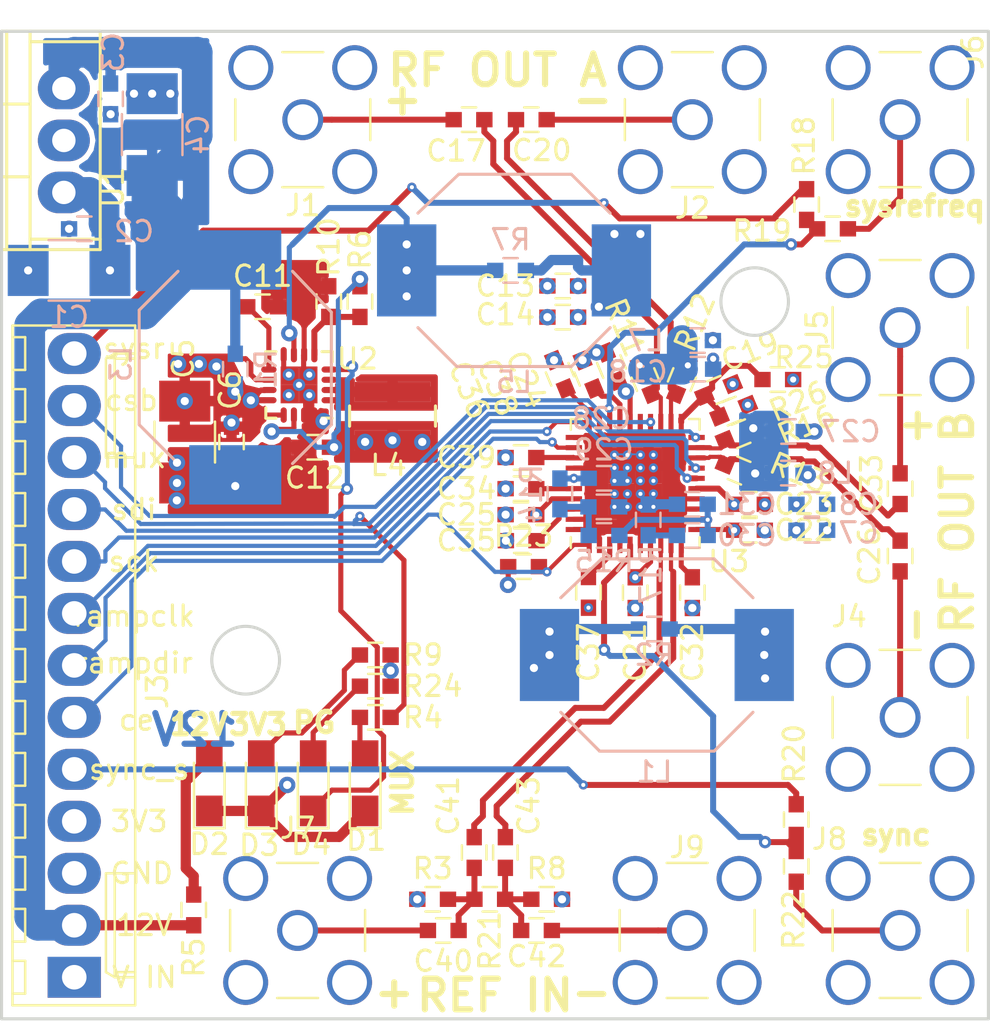
<source format=kicad_pcb>
(kicad_pcb (version 20171130) (host pcbnew 5.0.2-bee76a0~70~ubuntu18.04.1)
  (layers (0 F.Cu signal) (1 In1.Cu signal) (2 In2.Cu signal) (31 B.Cu signal) (34 B.Paste user hide) (35 F.Paste user hide) (36 B.SilkS user) (37 F.SilkS user) (38 B.Mask user hide) (39 F.Mask user hide) (44 Edge.Cuts user))
  (net 0 "")
  (net 1 GND)
  (net 2 /VIN)
  (net 3 /12V)
  (net 4 /VRF)
  (net 5 "Net-(C11-Pad1)")
  (net 6 /VCC)
  (net 7 "Net-(C17-Pad1)")
  (net 8 "Net-(C20-Pad1)")
  (net 9 "Net-(C26-Pad1)")
  (net 10 "Net-(C29-Pad1)")
  (net 11 "Net-(C30-Pad2)")
  (net 12 "Net-(C32-Pad1)")
  (net 13 "Net-(C33-Pad1)")
  (net 14 "Net-(C34-Pad1)")
  (net 15 "Net-(C35-Pad1)")
  (net 16 "Net-(C36-Pad1)")
  (net 17 "Net-(C37-Pad1)")
  (net 18 "Net-(C38-Pad1)")
  (net 19 "Net-(C39-Pad1)")
  (net 20 "Net-(C40-Pad1)")
  (net 21 "Net-(C40-Pad2)")
  (net 22 "Net-(C42-Pad1)")
  (net 23 "Net-(C42-Pad2)")
  (net 24 "Net-(D1-Pad2)")
  (net 25 "Net-(D2-Pad2)")
  (net 26 "Net-(D3-Pad2)")
  (net 27 /MUX)
  (net 28 /RAMPDIR)
  (net 29 /RAMPCLK)
  (net 30 /SYNC_S)
  (net 31 /SCK)
  (net 32 /SDI)
  (net 33 /CSB)
  (net 34 /CE)
  (net 35 "Net-(J6-Pad1)")
  (net 36 "Net-(J8-Pad1)")
  (net 37 "Net-(R10-Pad1)")
  (net 38 /SYNC)
  (net 39 /SYSREFREQ)
  (net 40 /SYSREF_REQ_S)
  (net 41 /12V_unfilt)
  (net 42 /3V3)
  (net 43 /SW)
  (net 44 /RFA_BIAS)
  (net 45 /RFB_BIAS)
  (net 46 /VTUNE)
  (net 47 /CPOUT)
  (net 48 /RFOUT_A_P)
  (net 49 /RFOUT_A_N)
  (net 50 /RFOUT_B_N)
  (net 51 /RFOUT_B_P)
  (net 52 /OSCIN_P)
  (net 53 /OSCIN_N)
  (net 54 "Net-(C19-Pad2)")
  (net 55 "Net-(D4-Pad2)")
  (net 56 /PG)
  (module Capacitors_SMD:C_1210_HandSoldering (layer B.Cu) (at 76.962 82.804 180)
    (fp_text reference C1 (at 0 -2.286 180) (layer B.SilkS) (effects (justify mirror)))
    (fp_text value 10u)
    (pad 2 smd rect (at 2 0 180) (size 2 2.5) (layers B.Cu B.Paste B.Mask) (net 1 GND))
    (pad 1 smd rect (at -2 0 180) (size 2 2.5) (layers B.Cu B.Paste B.Mask) (net 2 /VIN))
  )
  (module Capacitors_SMD:C_1210_HandSoldering (layer B.Cu) (at 81.026 76.168 90)
    (fp_text reference C4 (at 0 2.25 90) (layer B.SilkS) (effects (justify mirror)))
    (fp_text value 10u)
    (pad 1 smd rect (at -2 0 90) (size 2 2.5) (layers B.Cu B.Paste B.Mask) (net 41 /12V_unfilt))
    (pad 2 smd rect (at 2 0 90) (size 2 2.5) (layers B.Cu B.Paste B.Mask) (net 1 GND))
  )
  (module Capacitors_SMD:C_1210_HandSoldering (layer F.Cu) (at 82.619957 91.19326 270)
    (fp_text reference C5 (at -4.07126 0.069957 270) (layer F.SilkS))
    (fp_text value 10u)
    (pad 2 smd rect (at 2 0 270) (size 2 2.5) (layers F.Cu F.Paste F.Mask) (net 1 GND))
    (pad 1 smd rect (at -2 0 270) (size 2 2.5) (layers F.Cu F.Paste F.Mask) (net 3 /12V))
  )
  (module LEDs:LED_0805_HandSoldering (layer F.Cu) (at 91.44 107.87 90)
    (fp_text reference D1 (at -2.7724 0.0508 180) (layer F.SilkS))
    (fp_text value LED)
    (pad 1 smd rect (at -1.35 0 90) (size 1.5 1.3) (layers F.Cu F.Paste F.Mask) (net 1 GND))
    (pad 2 smd rect (at 1.35 0 90) (size 1.5 1.3) (layers F.Cu F.Paste F.Mask) (net 24 "Net-(D1-Pad2)"))
  )
  (module LEDs:LED_0805_HandSoldering (layer F.Cu) (at 83.82 107.87 90)
    (fp_text reference D2 (at -2.9756 0 180) (layer F.SilkS))
    (fp_text value LED)
    (pad 2 smd rect (at 1.35 0 90) (size 1.5 1.3) (layers F.Cu F.Paste F.Mask) (net 25 "Net-(D2-Pad2)"))
    (pad 1 smd rect (at -1.35 0 90) (size 1.5 1.3) (layers F.Cu F.Paste F.Mask) (net 1 GND))
  )
  (module LEDs:LED_0805_HandSoldering (layer F.Cu) (at 86.36 107.87 90)
    (fp_text reference D3 (at -3.0264 -0.1016 180) (layer F.SilkS))
    (fp_text value LED)
    (pad 2 smd rect (at 1.35 0 90) (size 1.5 1.3) (layers F.Cu F.Paste F.Mask) (net 26 "Net-(D3-Pad2)"))
    (pad 1 smd rect (at -1.35 0 90) (size 1.5 1.3) (layers F.Cu F.Paste F.Mask) (net 1 GND))
  )
  (module Connect:SMA_THT_Jack_Straight (layer F.Cu) (at 88.392 75.438)
    (fp_text reference J1 (at 0 4.191) (layer F.SilkS))
    (fp_text value Conn_Coaxial)
    (pad 1 thru_hole circle (at 0 0) (size 2 2) (drill 1.5) (layers *.Cu *.Mask) (net 7 "Net-(C17-Pad1)"))
    (pad 2 thru_hole circle (at 2.54 2.54) (size 2.2 2.2) (drill 1.7) (layers *.Cu *.Mask) (net 1 GND))
    (pad 2 thru_hole circle (at 2.54 -2.54) (size 2.2 2.2) (drill 1.7) (layers *.Cu *.Mask) (net 1 GND))
    (pad 2 thru_hole circle (at -2.54 -2.54) (size 2.2 2.2) (drill 1.7) (layers *.Cu *.Mask) (net 1 GND))
    (pad 2 thru_hole circle (at -2.54 2.54) (size 2.2 2.2) (drill 1.7) (layers *.Cu *.Mask) (net 1 GND))
  )
  (module Connect:SMA_THT_Jack_Straight (layer F.Cu) (at 107.442 75.438)
    (fp_text reference J2 (at 0 4.318 180) (layer F.SilkS))
    (fp_text value Conn_Coaxial)
    (pad 2 thru_hole circle (at -2.54 2.54) (size 2.2 2.2) (drill 1.7) (layers *.Cu *.Mask) (net 1 GND))
    (pad 2 thru_hole circle (at -2.54 -2.54) (size 2.2 2.2) (drill 1.7) (layers *.Cu *.Mask) (net 1 GND))
    (pad 2 thru_hole circle (at 2.54 -2.54) (size 2.2 2.2) (drill 1.7) (layers *.Cu *.Mask) (net 1 GND))
    (pad 2 thru_hole circle (at 2.54 2.54) (size 2.2 2.2) (drill 1.7) (layers *.Cu *.Mask) (net 1 GND))
    (pad 1 thru_hole circle (at 0 0) (size 2 2) (drill 1.5) (layers *.Cu *.Mask) (net 8 "Net-(C20-Pad1)"))
  )
  (module Connectors_Molex:Molex_KK-6410-13_13x2.54mm_Straight (layer F.Cu) (at 77.216 117.348 90)
    (fp_text reference J3 (at 13.97 4.064 90) (layer F.SilkS))
    (fp_text value Conn_01x13_Male)
    (pad 13 thru_hole oval (at 30.48 0 90) (size 2 2.6) (drill 1.2) (layers *.Cu *.Mask) (net 40 /SYSREF_REQ_S))
    (pad 12 thru_hole oval (at 27.94 0 90) (size 2 2.6) (drill 1.2) (layers *.Cu *.Mask) (net 33 /CSB))
    (pad 11 thru_hole oval (at 25.4 0 90) (size 2 2.6) (drill 1.2) (layers *.Cu *.Mask) (net 27 /MUX))
    (pad 10 thru_hole oval (at 22.86 0 90) (size 2 2.6) (drill 1.2) (layers *.Cu *.Mask) (net 32 /SDI))
    (pad 9 thru_hole oval (at 20.32 0 90) (size 2 2.6) (drill 1.2) (layers *.Cu *.Mask) (net 31 /SCK))
    (pad 8 thru_hole oval (at 17.78 0 90) (size 2 2.6) (drill 1.2) (layers *.Cu *.Mask) (net 29 /RAMPCLK))
    (pad 7 thru_hole oval (at 15.24 0 90) (size 2 2.6) (drill 1.2) (layers *.Cu *.Mask) (net 28 /RAMPDIR))
    (pad 6 thru_hole oval (at 12.7 0 90) (size 2 2.6) (drill 1.2) (layers *.Cu *.Mask) (net 34 /CE))
    (pad 5 thru_hole oval (at 10.16 0 90) (size 2 2.6) (drill 1.2) (layers *.Cu *.Mask) (net 30 /SYNC_S))
    (pad 4 thru_hole oval (at 7.62 0 90) (size 2 2.6) (drill 1.2) (layers *.Cu *.Mask) (net 42 /3V3))
    (pad 3 thru_hole oval (at 5.08 0 90) (size 2 2.6) (drill 1.2) (layers *.Cu *.Mask) (net 1 GND))
    (pad 2 thru_hole oval (at 2.54 0 90) (size 2 2.6) (drill 1.2) (layers *.Cu *.Mask) (net 41 /12V_unfilt))
    (pad 1 thru_hole rect (at 0 0 90) (size 2 2.6) (drill 1.2) (layers *.Cu *.Mask) (net 2 /VIN))
  )
  (module Connect:SMA_THT_Jack_Straight (layer F.Cu) (at 117.602 104.648)
    (fp_text reference J4 (at -2.4892 -4.9276) (layer F.SilkS))
    (fp_text value Conn_Coaxial)
    (pad 1 thru_hole circle (at 0 0) (size 2 2) (drill 1.5) (layers *.Cu *.Mask) (net 9 "Net-(C26-Pad1)"))
    (pad 2 thru_hole circle (at 2.54 2.54) (size 2.2 2.2) (drill 1.7) (layers *.Cu *.Mask) (net 1 GND))
    (pad 2 thru_hole circle (at 2.54 -2.54) (size 2.2 2.2) (drill 1.7) (layers *.Cu *.Mask) (net 1 GND))
    (pad 2 thru_hole circle (at -2.54 -2.54) (size 2.2 2.2) (drill 1.7) (layers *.Cu *.Mask) (net 1 GND))
    (pad 2 thru_hole circle (at -2.54 2.54) (size 2.2 2.2) (drill 1.7) (layers *.Cu *.Mask) (net 1 GND))
  )
  (module Connect:SMA_THT_Jack_Straight (layer F.Cu) (at 117.602 85.598)
    (fp_text reference J5 (at -4.064 0 90) (layer F.SilkS))
    (fp_text value Conn_Coaxial)
    (pad 2 thru_hole circle (at -2.54 2.54) (size 2.2 2.2) (drill 1.7) (layers *.Cu *.Mask) (net 1 GND))
    (pad 2 thru_hole circle (at -2.54 -2.54) (size 2.2 2.2) (drill 1.7) (layers *.Cu *.Mask) (net 1 GND))
    (pad 2 thru_hole circle (at 2.54 -2.54) (size 2.2 2.2) (drill 1.7) (layers *.Cu *.Mask) (net 1 GND))
    (pad 2 thru_hole circle (at 2.54 2.54) (size 2.2 2.2) (drill 1.7) (layers *.Cu *.Mask) (net 1 GND))
    (pad 1 thru_hole circle (at 0 0) (size 2 2) (drill 1.5) (layers *.Cu *.Mask) (net 13 "Net-(C33-Pad1)"))
  )
  (module Connect:SMA_THT_Jack_Straight (layer F.Cu) (at 117.602 75.438)
    (fp_text reference J6 (at 3.556 -3.302 90) (layer F.SilkS))
    (fp_text value Conn_Coaxial)
    (pad 1 thru_hole circle (at 0 0) (size 2 2) (drill 1.5) (layers *.Cu *.Mask) (net 35 "Net-(J6-Pad1)"))
    (pad 2 thru_hole circle (at 2.54 2.54) (size 2.2 2.2) (drill 1.7) (layers *.Cu *.Mask) (net 1 GND))
    (pad 2 thru_hole circle (at 2.54 -2.54) (size 2.2 2.2) (drill 1.7) (layers *.Cu *.Mask) (net 1 GND))
    (pad 2 thru_hole circle (at -2.54 -2.54) (size 2.2 2.2) (drill 1.7) (layers *.Cu *.Mask) (net 1 GND))
    (pad 2 thru_hole circle (at -2.54 2.54) (size 2.2 2.2) (drill 1.7) (layers *.Cu *.Mask) (net 1 GND))
  )
  (module Connect:SMA_THT_Jack_Straight (layer F.Cu) (at 88.138 115.062)
    (fp_text reference J7 (at 0 -5) (layer F.SilkS))
    (fp_text value Conn_Coaxial)
    (pad 1 thru_hole circle (at 0 0) (size 2 2) (drill 1.5) (layers *.Cu *.Mask) (net 21 "Net-(C40-Pad2)"))
    (pad 2 thru_hole circle (at 2.54 2.54) (size 2.2 2.2) (drill 1.7) (layers *.Cu *.Mask) (net 1 GND))
    (pad 2 thru_hole circle (at 2.54 -2.54) (size 2.2 2.2) (drill 1.7) (layers *.Cu *.Mask) (net 1 GND))
    (pad 2 thru_hole circle (at -2.54 -2.54) (size 2.2 2.2) (drill 1.7) (layers *.Cu *.Mask) (net 1 GND))
    (pad 2 thru_hole circle (at -2.54 2.54) (size 2.2 2.2) (drill 1.7) (layers *.Cu *.Mask) (net 1 GND))
  )
  (module Connect:SMA_THT_Jack_Straight (layer F.Cu) (at 117.602 115.062)
    (fp_text reference J8 (at -3.4544 -4.4704) (layer F.SilkS))
    (fp_text value Conn_Coaxial)
    (pad 2 thru_hole circle (at -2.54 2.54) (size 2.2 2.2) (drill 1.7) (layers *.Cu *.Mask) (net 1 GND))
    (pad 2 thru_hole circle (at -2.54 -2.54) (size 2.2 2.2) (drill 1.7) (layers *.Cu *.Mask) (net 1 GND))
    (pad 2 thru_hole circle (at 2.54 -2.54) (size 2.2 2.2) (drill 1.7) (layers *.Cu *.Mask) (net 1 GND))
    (pad 2 thru_hole circle (at 2.54 2.54) (size 2.2 2.2) (drill 1.7) (layers *.Cu *.Mask) (net 1 GND))
    (pad 1 thru_hole circle (at 0 0) (size 2 2) (drill 1.5) (layers *.Cu *.Mask) (net 36 "Net-(J8-Pad1)"))
  )
  (module Connect:SMA_THT_Jack_Straight (layer F.Cu) (at 107.188 115.062)
    (fp_text reference J9 (at 0 -4.064) (layer F.SilkS))
    (fp_text value Conn_Coaxial)
    (pad 2 thru_hole circle (at -2.54 2.54) (size 2.2 2.2) (drill 1.7) (layers *.Cu *.Mask) (net 1 GND))
    (pad 2 thru_hole circle (at -2.54 -2.54) (size 2.2 2.2) (drill 1.7) (layers *.Cu *.Mask) (net 1 GND))
    (pad 2 thru_hole circle (at 2.54 -2.54) (size 2.2 2.2) (drill 1.7) (layers *.Cu *.Mask) (net 1 GND))
    (pad 2 thru_hole circle (at 2.54 2.54) (size 2.2 2.2) (drill 1.7) (layers *.Cu *.Mask) (net 1 GND))
    (pad 1 thru_hole circle (at 0 0) (size 2 2) (drill 1.5) (layers *.Cu *.Mask) (net 23 "Net-(C42-Pad2)"))
  )
  (module Inductors_NEOSID:Neosid_Inductor_Ms95 (layer B.Cu) (at 105.70718 101.6)
    (fp_text reference L1 (at -0.127 5.715) (layer B.SilkS) (effects (justify mirror)))
    (fp_text value 33u)
    (pad 2 smd rect (at 5.25018 0) (size 2.90068 4.50088) (layers B.Cu B.Paste B.Mask) (net 4 /VRF))
    (pad 1 smd rect (at -5.25018 0) (size 2.90068 4.50088) (layers B.Cu B.Paste B.Mask) (net 42 /3V3))
  )
  (module Inductors_NEOSID:Neosid_Inductor_Ms95 (layer B.Cu) (at 85.09 87.54618 270)
    (fp_text reference L3 (at -0.17018 5.588 270) (layer B.SilkS) (effects (justify mirror)))
    (fp_text value 33uH)
    (pad 2 smd rect (at 5.25018 0 270) (size 2.90068 4.50088) (layers B.Cu B.Paste B.Mask) (net 3 /12V))
    (pad 1 smd rect (at -5.25018 0 270) (size 2.90068 4.50088) (layers B.Cu B.Paste B.Mask) (net 41 /12V_unfilt))
  )
  (module Inductors:Inductor_Wurth_MAPI-4020 (layer F.Cu) (at 92.779957 89.92326 270)
    (fp_text reference L4 (at 2.40574 0.196957) (layer F.SilkS))
    (fp_text value XFL4020-222MEB)
    (pad 2 smd rect (at 1.185 0 270) (size 0.98 3.7) (layers F.Cu F.Paste F.Mask) (net 42 /3V3))
    (pad 1 smd rect (at -1.185 0 270) (size 0.98 3.7) (layers F.Cu F.Paste F.Mask) (net 43 /SW))
  )
  (module Inductors_NEOSID:Neosid_Inductor_Ms95 (layer B.Cu) (at 98.72218 82.804)
    (fp_text reference L5 (at 0 5.461) (layer B.SilkS) (effects (justify mirror)))
    (fp_text value 33u)
    (pad 1 smd rect (at -5.25018 0) (size 2.90068 4.50088) (layers B.Cu B.Paste B.Mask) (net 42 /3V3))
    (pad 2 smd rect (at 5.25018 0) (size 2.90068 4.50088) (layers B.Cu B.Paste B.Mask) (net 6 /VCC))
  )
  (module Power_Integrations:TO-220 (layer F.Cu) (at 76.708 76.454 90)
    (fp_text reference U1 (at -2.286 2.413 90) (layer F.SilkS))
    (fp_text value L7812)
    (pad 1 thru_hole oval (at -2.54 0 90) (size 2.032 2.54) (drill 1.143) (layers *.Cu *.Mask) (net 2 /VIN))
    (pad 3 thru_hole oval (at 2.54 0 90) (size 2.032 2.54) (drill 1.143) (layers *.Cu *.Mask) (net 41 /12V_unfilt))
    (pad 2 thru_hole oval (at 0 0 90) (size 2.032 2.54) (drill 1.143) (layers *.Cu *.Mask) (net 1 GND))
  )
  (module Housings_DFN_QFN:Texas_PVQFN-N40 (layer F.Cu) (at 104.648 93.218 90)
    (fp_text reference U3 (at -3.81 4.572 180) (layer F.SilkS))
    (fp_text value lmx254)
    (pad 1 smd rect (at -3 -2.25 90) (size 0.8 0.25) (layers F.Cu F.Paste F.Mask) (net 34 /CE))
    (pad 2 smd rect (at -3 -1.75 90) (size 0.8 0.25) (layers F.Cu F.Paste F.Mask) (net 1 GND))
    (pad 3 smd rect (at -3 -1.25 90) (size 0.8 0.25) (layers F.Cu F.Paste F.Mask) (net 17 "Net-(C37-Pad1)"))
    (pad 4 smd rect (at -3 -0.75 90) (size 0.8 0.25) (layers F.Cu F.Paste F.Mask) (net 1 GND))
    (pad 5 smd rect (at -3 -0.25 90) (size 0.8 0.25) (layers F.Cu F.Paste F.Mask) (net 38 /SYNC))
    (pad 6 smd rect (at -3 0.25 90) (size 0.8 0.25) (layers F.Cu F.Paste F.Mask) (net 1 GND))
    (pad 7 smd rect (at -3 0.75 90) (size 0.8 0.25) (layers F.Cu F.Paste F.Mask) (net 6 /VCC))
    (pad 8 smd rect (at -3 1.25 90) (size 0.8 0.25) (layers F.Cu F.Paste F.Mask) (net 52 /OSCIN_P))
    (pad 9 smd rect (at -3 1.75 90) (size 0.8 0.25) (layers F.Cu F.Paste F.Mask) (net 53 /OSCIN_N))
    (pad 10 smd rect (at -3 2.25 90) (size 0.8 0.25) (layers F.Cu F.Paste F.Mask) (net 12 "Net-(C32-Pad1)"))
    (pad 11 smd rect (at -2.25 3 180) (size 0.8 0.25) (layers F.Cu F.Paste F.Mask) (net 6 /VCC))
    (pad 12 smd rect (at -1.75 3 180) (size 0.8 0.25) (layers F.Cu F.Paste F.Mask) (net 47 /CPOUT))
    (pad 13 smd rect (at -1.25 3 180) (size 0.8 0.25) (layers F.Cu F.Paste F.Mask) (net 1 GND))
    (pad 14 smd rect (at -0.75 3 180) (size 0.8 0.25) (layers F.Cu F.Paste F.Mask) (net 1 GND))
    (pad 15 smd rect (at -0.25 3 180) (size 0.8 0.25) (layers F.Cu F.Paste F.Mask) (net 6 /VCC))
    (pad 16 smd rect (at 0.25 3 180) (size 0.8 0.25) (layers F.Cu F.Paste F.Mask) (net 31 /SCK))
    (pad 17 smd rect (at 0.75 3 180) (size 0.8 0.25) (layers F.Cu F.Paste F.Mask) (net 32 /SDI))
    (pad 18 smd rect (at 1.25 3 180) (size 0.8 0.25) (layers F.Cu F.Paste F.Mask) (net 50 /RFOUT_B_N))
    (pad 19 smd rect (at 1.75 3 180) (size 0.8 0.25) (layers F.Cu F.Paste F.Mask) (net 51 /RFOUT_B_P))
    (pad 20 smd rect (at 2.25 3 180) (size 0.8 0.25) (layers F.Cu F.Paste F.Mask) (net 27 /MUX))
    (pad 21 smd rect (at 3 2.25 90) (size 0.8 0.25) (layers F.Cu F.Paste F.Mask) (net 54 "Net-(C19-Pad2)"))
    (pad 22 smd rect (at 3 1.75 90) (size 0.8 0.25) (layers F.Cu F.Paste F.Mask) (net 49 /RFOUT_A_N))
    (pad 23 smd rect (at 3 1.25 90) (size 0.8 0.25) (layers F.Cu F.Paste F.Mask) (net 48 /RFOUT_A_P))
    (pad 24 smd rect (at 3 0.75 90) (size 0.8 0.25) (layers F.Cu F.Paste F.Mask) (net 33 /CSB))
    (pad 25 smd rect (at 3 0.25 90) (size 0.8 0.25) (layers F.Cu F.Paste F.Mask) (net 1 GND))
    (pad 26 smd rect (at 3 -0.25 90) (size 0.8 0.25) (layers F.Cu F.Paste F.Mask) (net 6 /VCC))
    (pad 27 smd rect (at 3 -0.75 90) (size 0.8 0.25) (layers F.Cu F.Paste F.Mask) (net 18 "Net-(C38-Pad1)"))
    (pad 28 smd rect (at 3 -1.25 90) (size 0.8 0.25) (layers F.Cu F.Paste F.Mask) (net 39 /SYSREFREQ))
    (pad 29 smd rect (at 3 -1.75 90) (size 0.8 0.25) (layers F.Cu F.Paste F.Mask) (net 16 "Net-(C36-Pad1)"))
    (pad 30 smd rect (at 3 -2.25 90) (size 0.8 0.25) (layers F.Cu F.Paste F.Mask) (net 29 /RAMPCLK))
    (pad 31 smd rect (at 2.25 -3 180) (size 0.8 0.25) (layers F.Cu F.Paste F.Mask) (net 1 GND))
    (pad 32 smd rect (at 1.75 -3 180) (size 0.8 0.25) (layers F.Cu F.Paste F.Mask) (net 28 /RAMPDIR))
    (pad 33 smd rect (at 1.25 -3 180) (size 0.8 0.25) (layers F.Cu F.Paste F.Mask) (net 19 "Net-(C39-Pad1)"))
    (pad 34 smd rect (at 0.75 -3 180) (size 0.8 0.25) (layers F.Cu F.Paste F.Mask) (net 1 GND))
    (pad 35 smd rect (at 0.25 -3 180) (size 0.8 0.25) (layers F.Cu F.Paste F.Mask) (net 46 /VTUNE))
    (pad 36 smd rect (at -0.25 -3 180) (size 0.8 0.25) (layers F.Cu F.Paste F.Mask) (net 14 "Net-(C34-Pad1)"))
    (pad 37 smd rect (at -0.75 -3 180) (size 0.8 0.25) (layers F.Cu F.Paste F.Mask) (net 6 /VCC))
    (pad 38 smd rect (at -1.25 -3 180) (size 0.8 0.25) (layers F.Cu F.Paste F.Mask) (net 15 "Net-(C35-Pad1)"))
    (pad 39 smd rect (at -1.75 -3 180) (size 0.8 0.25) (layers F.Cu F.Paste F.Mask) (net 1 GND))
    (pad 40 smd rect (at -2.25 -3 180) (size 0.8 0.25) (layers F.Cu F.Paste F.Mask) (net 1 GND))
    (pad 41 smd rect (at -0.875 -0.65 180) (size 1.3 1.75) (layers F.Cu F.Paste F.Mask) (net 1 GND))
    (pad 41 smd rect (at -0.875 0.65 180) (size 1.3 1.75) (layers F.Cu F.Paste F.Mask) (net 1 GND))
    (pad 41 smd rect (at 0.875 0.65 180) (size 1.3 1.75) (layers F.Cu F.Paste F.Mask) (net 1 GND))
    (pad 41 smd rect (at 0.875 -0.65 180) (size 1.3 1.75) (layers F.Cu F.Paste F.Mask) (net 1 GND))
  )
  (module Housings_DFN_QFN:QFN-16-1EP_3x3mm_Pitch0.5mm_ThermalVias (layer F.Cu) (at 88.207957 88.39926 180)
    (fp_text reference U2 (at -2.851043 1.27726 180) (layer F.SilkS))
    (fp_text value TPS62150)
    (pad 17 thru_hole circle (at -0.5 0.5 180) (size 0.6 0.6) (drill 0.3) (layers *.Cu) (net 1 GND))
    (pad 17 thru_hole circle (at 0.5 0.5 180) (size 0.6 0.6) (drill 0.3) (layers *.Cu) (net 1 GND))
    (pad 17 thru_hole circle (at 0.5 -0.5 180) (size 0.6 0.6) (drill 0.3) (layers *.Cu) (net 1 GND))
    (pad 17 thru_hole circle (at -0.5 -0.5 180) (size 0.6 0.6) (drill 0.3) (layers *.Cu) (net 1 GND))
    (pad 17 thru_hole circle (at 0 0 180) (size 0.6 0.6) (drill 0.3) (layers *.Cu) (net 1 GND))
    (pad 17 smd rect (at -0.45 -0.45 180) (size 0.9 0.9) (layers F.Cu F.Paste F.Mask) (net 1 GND))
    (pad 17 smd rect (at -0.45 0.45 180) (size 0.9 0.9) (layers F.Cu F.Paste F.Mask) (net 1 GND))
    (pad 17 smd rect (at 0.45 -0.45 180) (size 0.9 0.9) (layers F.Cu F.Paste F.Mask) (net 1 GND))
    (pad 17 smd rect (at 0.45 0.45 180) (size 0.9 0.9) (layers F.Cu F.Paste F.Mask) (net 1 GND))
    (pad 16 smd oval (at -0.75 -1.475 270) (size 0.75 0.3) (layers F.Cu F.Paste F.Mask) (net 1 GND))
    (pad 15 smd oval (at -0.25 -1.475 270) (size 0.75 0.3) (layers F.Cu F.Paste F.Mask) (net 1 GND))
    (pad 14 smd oval (at 0.25 -1.475 270) (size 0.75 0.3) (layers F.Cu F.Paste F.Mask) (net 42 /3V3))
    (pad 13 smd oval (at 0.75 -1.475 270) (size 0.75 0.3) (layers F.Cu F.Paste F.Mask) (net 3 /12V))
    (pad 12 smd oval (at 1.475 -0.75 180) (size 0.75 0.3) (layers F.Cu F.Paste F.Mask) (net 3 /12V))
    (pad 11 smd oval (at 1.475 -0.25 180) (size 0.75 0.3) (layers F.Cu F.Paste F.Mask) (net 3 /12V))
    (pad 10 smd oval (at 1.475 0.25 180) (size 0.75 0.3) (layers F.Cu F.Paste F.Mask) (net 3 /12V))
    (pad 9 smd oval (at 1.475 0.75 180) (size 0.75 0.3) (layers F.Cu F.Paste F.Mask) (net 5 "Net-(C11-Pad1)"))
    (pad 8 smd oval (at 0.75 1.475 270) (size 0.75 0.3) (layers F.Cu F.Paste F.Mask) (net 1 GND))
    (pad 7 smd oval (at 0.25 1.475 270) (size 0.75 0.3) (layers F.Cu F.Paste F.Mask) (net 42 /3V3))
    (pad 6 smd oval (at -0.25 1.475 270) (size 0.75 0.3) (layers F.Cu F.Paste F.Mask) (net 1 GND))
    (pad 5 smd oval (at -0.75 1.475 270) (size 0.75 0.3) (layers F.Cu F.Paste F.Mask) (net 37 "Net-(R10-Pad1)"))
    (pad 4 smd oval (at -1.475 0.75 180) (size 0.75 0.3) (layers F.Cu F.Paste F.Mask) (net 56 /PG))
    (pad 3 smd oval (at -1.475 0.25 180) (size 0.75 0.3) (layers F.Cu F.Paste F.Mask) (net 43 /SW))
    (pad 2 smd oval (at -1.475 -0.25 180) (size 0.75 0.3) (layers F.Cu F.Paste F.Mask) (net 43 /SW))
    (pad 1 smd oval (at -1.475 -0.75 180) (size 0.75 0.3) (layers F.Cu F.Paste F.Mask) (net 43 /SW))
  )
  (module Capacitors_SMD:C_0603 (layer B.Cu) (at 77.712 80.772 180)
    (fp_text reference C2 (at -2.425 -0.127 180) (layer B.SilkS) (effects (justify mirror)))
    (fp_text value 100n)
    (pad 1 smd rect (at -0.75 0 180) (size 0.8 0.75) (layers B.Cu B.Paste B.Mask) (net 2 /VIN))
    (pad 2 smd rect (at 0.75 0 180) (size 0.8 0.75) (layers B.Cu B.Paste B.Mask) (net 1 GND))
  )
  (module Capacitors_SMD:C_0603 (layer B.Cu) (at 78.994 74.422 270)
    (fp_text reference C3 (at -2.286 -0.127 270) (layer B.SilkS) (effects (justify mirror)))
    (fp_text value 100n)
    (pad 2 smd rect (at 0.75 0 270) (size 0.8 0.75) (layers B.Cu B.Paste B.Mask) (net 1 GND))
    (pad 1 smd rect (at -0.75 0 270) (size 0.8 0.75) (layers B.Cu B.Paste B.Mask) (net 41 /12V_unfilt))
  )
  (module Capacitors_SMD:C_0603 (layer F.Cu) (at 84.905957 91.19326 270)
    (fp_text reference C6 (at -2.54726 0.069957 270) (layer F.SilkS))
    (fp_text value 100n)
    (pad 1 smd rect (at -0.75 0 270) (size 0.8 0.75) (layers F.Cu F.Paste F.Mask) (net 3 /12V))
    (pad 2 smd rect (at 0.75 0 270) (size 0.8 0.75) (layers F.Cu F.Paste F.Mask) (net 1 GND))
  )
  (module Capacitors_SMD:C_0603 (layer B.Cu) (at 113.284 95.504)
    (fp_text reference C7 (at 2.286 0.127) (layer B.SilkS) (effects (justify mirror)))
    (fp_text value 10u)
    (pad 2 smd rect (at 0.75 0) (size 0.8 0.75) (layers B.Cu B.Paste B.Mask) (net 1 GND))
    (pad 1 smd rect (at -0.75 0) (size 0.8 0.75) (layers B.Cu B.Paste B.Mask) (net 4 /VRF))
  )
  (module Capacitors_SMD:C_0603 (layer B.Cu) (at 113.284 94.234)
    (fp_text reference C8 (at 2.286 0) (layer B.SilkS) (effects (justify mirror)))
    (fp_text value 100n)
    (pad 1 smd rect (at -0.75 0) (size 0.8 0.75) (layers B.Cu B.Paste B.Mask) (net 4 /VRF))
    (pad 2 smd rect (at 0.75 0) (size 0.8 0.75) (layers B.Cu B.Paste B.Mask) (net 1 GND))
  )
  (module Capacitors_SMD:C_0603 (layer F.Cu) (at 86.426 84.582)
    (fp_text reference C11 (at 0 -1.5) (layer F.SilkS))
    (fp_text value 3.3n)
    (pad 2 smd rect (at 0.75 0) (size 0.8 0.75) (layers F.Cu F.Paste F.Mask) (net 1 GND))
    (pad 1 smd rect (at -0.75 0) (size 0.8 0.75) (layers F.Cu F.Paste F.Mask) (net 5 "Net-(C11-Pad1)"))
  )
  (module Capacitors_SMD:C_0603 (layer F.Cu) (at 88.969957 91.44726 180)
    (fp_text reference C12 (at 0 -1.5 180) (layer F.SilkS))
    (fp_text value 22u)
    (pad 1 smd rect (at -0.75 0 180) (size 0.8 0.75) (layers F.Cu F.Paste F.Mask) (net 42 /3V3))
    (pad 2 smd rect (at 0.75 0 180) (size 0.8 0.75) (layers F.Cu F.Paste F.Mask) (net 1 GND))
  )
  (module Capacitors_SMD:C_0603 (layer F.Cu) (at 101.104 83.566 180)
    (fp_text reference C13 (at 2.806 0 180) (layer F.SilkS))
    (fp_text value 10u)
    (pad 2 smd rect (at 0.75 0 180) (size 0.8 0.75) (layers F.Cu F.Paste F.Mask) (net 1 GND))
    (pad 1 smd rect (at -0.75 0 180) (size 0.8 0.75) (layers F.Cu F.Paste F.Mask) (net 6 /VCC))
  )
  (module Capacitors_SMD:C_0603 (layer F.Cu) (at 101.104 85.09 180)
    (fp_text reference C14 (at 2.806 0.127 180) (layer F.SilkS))
    (fp_text value 100n)
    (pad 1 smd rect (at -0.75 0 180) (size 0.8 0.75) (layers F.Cu F.Paste F.Mask) (net 6 /VCC))
    (pad 2 smd rect (at 0.75 0 180) (size 0.8 0.75) (layers F.Cu F.Paste F.Mask) (net 1 GND))
  )
  (module Capacitors_SMD:C_0603 (layer F.Cu) (at 96.52 75.438)
    (fp_text reference C17 (at -0.635 1.524) (layer F.SilkS))
    (fp_text value 100n)
    (pad 2 smd rect (at 0.75 0) (size 0.8 0.75) (layers F.Cu F.Paste F.Mask) (net 48 /RFOUT_A_P))
    (pad 1 smd rect (at -0.75 0) (size 0.8 0.75) (layers F.Cu F.Paste F.Mask) (net 7 "Net-(C17-Pad1)"))
  )
  (module Capacitors_SMD:C_0603 (layer B.Cu) (at 107.708 87.63 180)
    (fp_text reference C18 (at 2.933 -0.127 180) (layer B.SilkS) (effects (justify mirror)))
    (fp_text value 100n)
    (pad 1 smd rect (at -0.75 0 180) (size 0.8 0.75) (layers B.Cu B.Paste B.Mask) (net 1 GND))
    (pad 2 smd rect (at 0.75 0 180) (size 0.8 0.75) (layers B.Cu B.Paste B.Mask) (net 44 /RFA_BIAS))
  )
  (module Capacitors_SMD:C_0603 (layer F.Cu) (at 108.724 88.646 202.5)
    (fp_text reference C19 (at -2.147 1.143 202.5) (layer F.SilkS))
    (fp_text value "100 n")
    (pad 1 smd rect (at -0.75 0 202.5) (size 0.8 0.75) (layers F.Cu F.Paste F.Mask) (net 1 GND))
    (pad 2 smd rect (at 0.75 0 202.5) (size 0.8 0.75) (layers F.Cu F.Paste F.Mask) (net 54 "Net-(C19-Pad2)"))
  )
  (module Capacitors_SMD:C_0603 (layer F.Cu) (at 99.568 75.438 180)
    (fp_text reference C20 (at -0.508 -1.5 180) (layer F.SilkS))
    (fp_text value 100n)
    (pad 1 smd rect (at -0.75 0 180) (size 0.8 0.75) (layers F.Cu F.Paste F.Mask) (net 8 "Net-(C20-Pad1)"))
    (pad 2 smd rect (at 0.75 0 180) (size 0.8 0.75) (layers F.Cu F.Paste F.Mask) (net 49 /RFOUT_A_N))
  )
  (module Capacitors_SMD:C_0603 (layer F.Cu) (at 104.648 98.552 270)
    (fp_text reference C21 (at 2.921 0 270) (layer F.SilkS))
    (fp_text value 1u)
    (pad 2 smd rect (at 0.75 0 270) (size 0.8 0.75) (layers F.Cu F.Paste F.Mask) (net 1 GND))
    (pad 1 smd rect (at -0.75 0 270) (size 0.8 0.75) (layers F.Cu F.Paste F.Mask) (net 6 /VCC))
  )
  (module Capacitors_SMD:C_0603 (layer F.Cu) (at 110.236 95.504)
    (fp_text reference C22 (at 2.667 0) (layer F.SilkS))
    (fp_text value 1u)
    (pad 1 smd rect (at -0.75 0) (size 0.8 0.75) (layers F.Cu F.Paste F.Mask) (net 6 /VCC))
    (pad 2 smd rect (at 0.75 0) (size 0.8 0.75) (layers F.Cu F.Paste F.Mask) (net 1 GND))
  )
  (module Capacitors_SMD:C_0603 (layer F.Cu) (at 110.236 94.234)
    (fp_text reference C23 (at 2.667 0) (layer F.SilkS))
    (fp_text value 1u)
    (pad 2 smd rect (at 0.75 0) (size 0.8 0.75) (layers F.Cu F.Paste F.Mask) (net 1 GND))
    (pad 1 smd rect (at -0.75 0) (size 0.8 0.75) (layers F.Cu F.Paste F.Mask) (net 6 /VCC))
  )
  (module Capacitors_SMD:C_0603 (layer F.Cu) (at 103.505 87.503 112.5)
    (fp_text reference C24 (at 1.017163 -4.114983 112.5) (layer F.SilkS))
    (fp_text value 1u)
    (pad 2 smd rect (at 0.75 0 112.5) (size 0.8 0.75) (layers F.Cu F.Paste F.Mask) (net 1 GND))
    (pad 1 smd rect (at -0.75 0 112.5) (size 0.8 0.75) (layers F.Cu F.Paste F.Mask) (net 6 /VCC))
  )
  (module Capacitors_SMD:C_0603 (layer F.Cu) (at 99.06 94.742 180)
    (fp_text reference C25 (at 2.667 0 180) (layer F.SilkS))
    (fp_text value 1u)
    (pad 1 smd rect (at -0.75 0 180) (size 0.8 0.75) (layers F.Cu F.Paste F.Mask) (net 6 /VCC))
    (pad 2 smd rect (at 0.75 0 180) (size 0.8 0.75) (layers F.Cu F.Paste F.Mask) (net 1 GND))
  )
  (module Capacitors_SMD:C_0603 (layer F.Cu) (at 117.602 96.762 90)
    (fp_text reference C26 (at 0 -1.5 90) (layer F.SilkS))
    (fp_text value 100n)
    (pad 2 smd rect (at 0.75 0 90) (size 0.8 0.75) (layers F.Cu F.Paste F.Mask) (net 50 /RFOUT_B_N))
    (pad 1 smd rect (at -0.75 0 90) (size 0.8 0.75) (layers F.Cu F.Paste F.Mask) (net 9 "Net-(C26-Pad1)"))
  )
  (module Capacitors_SMD:C_0603 (layer B.Cu) (at 112.141 90.678 180)
    (fp_text reference C27 (at -3.048 0 180) (layer B.SilkS) (effects (justify mirror)))
    (fp_text value 100n)
    (pad 1 smd rect (at -0.75 0 180) (size 0.8 0.75) (layers B.Cu B.Paste B.Mask) (net 1 GND))
    (pad 2 smd rect (at 0.75 0 180) (size 0.8 0.75) (layers B.Cu B.Paste B.Mask) (net 45 /RFB_BIAS))
  )
  (module Capacitors_SMD:C_0603 (layer B.Cu) (at 103.124 92.964)
    (fp_text reference C28 (at -0.127 -2.921) (layer B.SilkS) (effects (justify mirror)))
    (fp_text value 1.8n)
    (pad 2 smd rect (at 0.75 0) (size 0.8 0.75) (layers B.Cu B.Paste B.Mask) (net 1 GND))
    (pad 1 smd rect (at -0.75 0) (size 0.8 0.75) (layers B.Cu B.Paste B.Mask) (net 46 /VTUNE))
  )
  (module Capacitors_SMD:C_0603 (layer B.Cu) (at 103.112 94.361)
    (fp_text reference C29 (at 0 -2.794) (layer B.SilkS) (effects (justify mirror)))
    (fp_text value 0p)
    (pad 2 smd rect (at 0.75 0) (size 0.8 0.75) (layers B.Cu B.Paste B.Mask) (net 1 GND))
    (pad 1 smd rect (at -0.75 0) (size 0.8 0.75) (layers B.Cu B.Paste B.Mask) (net 10 "Net-(C29-Pad1)"))
  )
  (module Capacitors_SMD:C_0603 (layer B.Cu) (at 107.442 95.758 180)
    (fp_text reference C30 (at -2.667 0 180) (layer B.SilkS) (effects (justify mirror)))
    (fp_text value 68n)
    (pad 1 smd rect (at -0.75 0 180) (size 0.8 0.75) (layers B.Cu B.Paste B.Mask) (net 47 /CPOUT))
    (pad 2 smd rect (at 0.75 0 180) (size 0.8 0.75) (layers B.Cu B.Paste B.Mask) (net 11 "Net-(C30-Pad2)"))
  )
  (module Capacitors_SMD:C_0603 (layer B.Cu) (at 107.442 94.234 180)
    (fp_text reference C31 (at -2.667 0 180) (layer B.SilkS) (effects (justify mirror)))
    (fp_text value 390)
    (pad 2 smd rect (at 0.75 0 180) (size 0.8 0.75) (layers B.Cu B.Paste B.Mask) (net 1 GND))
    (pad 1 smd rect (at -0.75 0 180) (size 0.8 0.75) (layers B.Cu B.Paste B.Mask) (net 47 /CPOUT))
  )
  (module Capacitors_SMD:C_0603 (layer F.Cu) (at 107.442 98.552 270)
    (fp_text reference C32 (at 2.921 0 270) (layer F.SilkS))
    (fp_text value 1u)
    (pad 1 smd rect (at -0.75 0 270) (size 0.8 0.75) (layers F.Cu F.Paste F.Mask) (net 12 "Net-(C32-Pad1)"))
    (pad 2 smd rect (at 0.75 0 270) (size 0.8 0.75) (layers F.Cu F.Paste F.Mask) (net 1 GND))
  )
  (module Capacitors_SMD:C_0603 (layer F.Cu) (at 117.602 93.472 270)
    (fp_text reference C33 (at -0.254 1.397 270) (layer F.SilkS))
    (fp_text value 100n)
    (pad 1 smd rect (at -0.75 0 270) (size 0.8 0.75) (layers F.Cu F.Paste F.Mask) (net 13 "Net-(C33-Pad1)"))
    (pad 2 smd rect (at 0.75 0 270) (size 0.8 0.75) (layers F.Cu F.Paste F.Mask) (net 51 /RFOUT_B_P))
  )
  (module Capacitors_SMD:C_0603 (layer F.Cu) (at 99.06 93.472 180)
    (fp_text reference C34 (at 2.667 0 180) (layer F.SilkS))
    (fp_text value 10u)
    (pad 1 smd rect (at -0.75 0 180) (size 0.8 0.75) (layers F.Cu F.Paste F.Mask) (net 14 "Net-(C34-Pad1)"))
    (pad 2 smd rect (at 0.75 0 180) (size 0.8 0.75) (layers F.Cu F.Paste F.Mask) (net 1 GND))
  )
  (module Capacitors_SMD:C_0603 (layer F.Cu) (at 99.072 96.012 180)
    (fp_text reference C35 (at 2.679 0 180) (layer F.SilkS))
    (fp_text value 1u)
    (pad 2 smd rect (at 0.75 0 180) (size 0.8 0.75) (layers F.Cu F.Paste F.Mask) (net 1 GND))
    (pad 1 smd rect (at -0.75 0 180) (size 0.8 0.75) (layers F.Cu F.Paste F.Mask) (net 15 "Net-(C35-Pad1)"))
  )
  (module Capacitors_SMD:C_0603 (layer F.Cu) (at 100.965 87.884 112.5)
    (fp_text reference C36 (at 0.997032 -4.398249 112.5) (layer F.SilkS))
    (fp_text value 10u)
    (pad 1 smd rect (at -0.75 0 112.5) (size 0.8 0.75) (layers F.Cu F.Paste F.Mask) (net 16 "Net-(C36-Pad1)"))
    (pad 2 smd rect (at 0.75 0 112.5) (size 0.8 0.75) (layers F.Cu F.Paste F.Mask) (net 1 GND))
  )
  (module Capacitors_SMD:C_0603 (layer F.Cu) (at 102.362 98.54 270)
    (fp_text reference C37 (at 2.933 0 270) (layer F.SilkS))
    (fp_text value 10u)
    (pad 2 smd rect (at 0.75 0 270) (size 0.8 0.75) (layers F.Cu F.Paste F.Mask) (net 1 GND))
    (pad 1 smd rect (at -0.75 0 270) (size 0.8 0.75) (layers F.Cu F.Paste F.Mask) (net 17 "Net-(C37-Pad1)"))
  )
  (module Capacitors_SMD:C_0603 (layer F.Cu) (at 102.362 87.884 112.5)
    (fp_text reference C38 (at 1.114364 -4.349649 112.5) (layer F.SilkS))
    (fp_text value 1u)
    (pad 1 smd rect (at -0.75 0 112.5) (size 0.8 0.75) (layers F.Cu F.Paste F.Mask) (net 18 "Net-(C38-Pad1)"))
    (pad 2 smd rect (at 0.75 0 112.5) (size 0.8 0.75) (layers F.Cu F.Paste F.Mask) (net 1 GND))
  )
  (module Capacitors_SMD:C_0603 (layer F.Cu) (at 99.06 91.948 180)
    (fp_text reference C39 (at 2.667 0 180) (layer F.SilkS))
    (fp_text value 10u)
    (pad 2 smd rect (at 0.75 0 180) (size 0.8 0.75) (layers F.Cu F.Paste F.Mask) (net 1 GND))
    (pad 1 smd rect (at -0.75 0 180) (size 0.8 0.75) (layers F.Cu F.Paste F.Mask) (net 19 "Net-(C39-Pad1)"))
  )
  (module Capacitors_SMD:C_0603 (layer F.Cu) (at 95.262 115.062 180)
    (fp_text reference C40 (at 0 -1.5 180) (layer F.SilkS))
    (fp_text value 100n)
    (pad 2 smd rect (at 0.75 0 180) (size 0.8 0.75) (layers F.Cu F.Paste F.Mask) (net 21 "Net-(C40-Pad2)"))
    (pad 1 smd rect (at -0.75 0 180) (size 0.8 0.75) (layers F.Cu F.Paste F.Mask) (net 20 "Net-(C40-Pad1)"))
  )
  (module Capacitors_SMD:C_0603 (layer F.Cu) (at 96.774 111.252 270)
    (fp_text reference C41 (at -2.286 1.27 270) (layer F.SilkS))
    (fp_text value 100n)
    (pad 1 smd rect (at -0.75 0 270) (size 0.8 0.75) (layers F.Cu F.Paste F.Mask) (net 52 /OSCIN_P))
    (pad 2 smd rect (at 0.75 0 270) (size 0.8 0.75) (layers F.Cu F.Paste F.Mask) (net 20 "Net-(C40-Pad1)"))
  )
  (module Capacitors_SMD:C_0603 (layer F.Cu) (at 99.822 115.062)
    (fp_text reference C42 (at 0 1.27) (layer F.SilkS))
    (fp_text value 100n)
    (pad 1 smd rect (at -0.75 0) (size 0.8 0.75) (layers F.Cu F.Paste F.Mask) (net 22 "Net-(C42-Pad1)"))
    (pad 2 smd rect (at 0.75 0) (size 0.8 0.75) (layers F.Cu F.Paste F.Mask) (net 23 "Net-(C42-Pad2)"))
  )
  (module Capacitors_SMD:C_0603 (layer F.Cu) (at 98.298 111.252 270)
    (fp_text reference C43 (at -2.286 -1.143 270) (layer F.SilkS))
    (fp_text value 100n)
    (pad 2 smd rect (at 0.75 0 270) (size 0.8 0.75) (layers F.Cu F.Paste F.Mask) (net 22 "Net-(C42-Pad1)"))
    (pad 1 smd rect (at -0.75 0 270) (size 0.8 0.75) (layers F.Cu F.Paste F.Mask) (net 53 /OSCIN_N))
  )
  (module Capacitors_SMD:C_0603 (layer B.Cu) (at 107.696 86.233)
    (fp_text reference L7 (at -2.54 0) (layer B.SilkS) (effects (justify mirror)))
    (fp_text value 18n)
    (pad 2 smd rect (at 0.75 0) (size 0.8 0.75) (layers B.Cu B.Paste B.Mask) (net 4 /VRF))
    (pad 1 smd rect (at -0.75 0) (size 0.8 0.75) (layers B.Cu B.Paste B.Mask) (net 44 /RFA_BIAS))
  )
  (module Capacitors_SMD:C_0603 (layer B.Cu) (at 112.129 92.71)
    (fp_text reference L8 (at 2.298 0) (layer B.SilkS) (effects (justify mirror)))
    (fp_text value 18n)
    (pad 2 smd rect (at 0.75 0) (size 0.8 0.75) (layers B.Cu B.Paste B.Mask) (net 4 /VRF))
    (pad 1 smd rect (at -0.75 0) (size 0.8 0.75) (layers B.Cu B.Paste B.Mask) (net 45 /RFB_BIAS))
  )
  (module Capacitors_SMD:C_0603 (layer B.Cu) (at 85.09 87.63 90)
    (fp_text reference R1 (at 0 1.5 90) (layer B.SilkS) (effects (justify mirror)))
    (fp_text value 0)
    (pad 2 smd rect (at 0.75 0 90) (size 0.8 0.75) (layers B.Cu B.Paste B.Mask) (net 41 /12V_unfilt))
    (pad 1 smd rect (at -0.75 0 90) (size 0.8 0.75) (layers B.Cu B.Paste B.Mask) (net 3 /12V))
  )
  (module Capacitors_SMD:C_0603 (layer B.Cu) (at 105.58 100.33 180)
    (fp_text reference R2 (at 0 -1.27 180) (layer B.SilkS) (effects (justify mirror)))
    (fp_text value 0)
    (pad 1 smd rect (at -0.75 0 180) (size 0.8 0.75) (layers B.Cu B.Paste B.Mask) (net 4 /VRF))
    (pad 2 smd rect (at 0.75 0 180) (size 0.8 0.75) (layers B.Cu B.Paste B.Mask) (net 42 /3V3))
  )
  (module Capacitors_SMD:C_0603 (layer F.Cu) (at 91.936 104.648)
    (fp_text reference R4 (at 2.329 0) (layer F.SilkS))
    (fp_text value 150)
    (pad 2 smd rect (at 0.75 0) (size 0.8 0.75) (layers F.Cu F.Paste F.Mask) (net 27 /MUX))
    (pad 1 smd rect (at -0.75 0) (size 0.8 0.75) (layers F.Cu F.Paste F.Mask) (net 24 "Net-(D1-Pad2)"))
  )
  (module Capacitors_SMD:C_0603 (layer F.Cu) (at 83.058 114.058 270)
    (fp_text reference R5 (at 2.329 0 270) (layer F.SilkS))
    (fp_text value 1k)
    (pad 1 smd rect (at -0.75 0 270) (size 0.8 0.75) (layers F.Cu F.Paste F.Mask) (net 25 "Net-(D2-Pad2)"))
    (pad 2 smd rect (at 0.75 0 270) (size 0.8 0.75) (layers F.Cu F.Paste F.Mask) (net 41 /12V_unfilt))
  )
  (module Capacitors_SMD:C_0603 (layer F.Cu) (at 91.186 84.328 270)
    (fp_text reference R6 (at -2.54 0 270) (layer F.SilkS))
    (fp_text value 562K)
    (pad 1 smd rect (at -0.75 0 270) (size 0.8 0.75) (layers F.Cu F.Paste F.Mask) (net 42 /3V3))
    (pad 2 smd rect (at 0.75 0 270) (size 0.8 0.75) (layers F.Cu F.Paste F.Mask) (net 37 "Net-(R10-Pad1)"))
  )
  (module Capacitors_SMD:C_0603 (layer B.Cu) (at 98.552 82.804 180)
    (fp_text reference R7 (at 0 1.5 180) (layer B.SilkS) (effects (justify mirror)))
    (fp_text value 0)
    (pad 2 smd rect (at 0.75 0 180) (size 0.8 0.75) (layers B.Cu B.Paste B.Mask) (net 42 /3V3))
    (pad 1 smd rect (at -0.75 0 180) (size 0.8 0.75) (layers B.Cu B.Paste B.Mask) (net 6 /VCC))
  )
  (module Capacitors_SMD:C_0603 (layer F.Cu) (at 91.936 101.6)
    (fp_text reference R9 (at 2.329 0) (layer F.SilkS))
    (fp_text value 150)
    (pad 2 smd rect (at 0.75 0) (size 0.8 0.75) (layers F.Cu F.Paste F.Mask) (net 42 /3V3))
    (pad 1 smd rect (at -0.75 0) (size 0.8 0.75) (layers F.Cu F.Paste F.Mask) (net 26 "Net-(D3-Pad2)"))
  )
  (module Capacitors_SMD:C_0603 (layer F.Cu) (at 89.662 84.328 90)
    (fp_text reference R10 (at 2.667 0 90) (layer F.SilkS))
    (fp_text value 180K)
    (pad 2 smd rect (at 0.75 0 90) (size 0.8 0.75) (layers F.Cu F.Paste F.Mask) (net 1 GND))
    (pad 1 smd rect (at -0.75 0 90) (size 0.8 0.75) (layers F.Cu F.Paste F.Mask) (net 37 "Net-(R10-Pad1)"))
  )
  (module Capacitors_SMD:C_0603 (layer F.Cu) (at 105.156 88.138 112.5)
    (fp_text reference R11 (at 2.73546 0.033354 112.5) (layer F.SilkS))
    (fp_text value 50)
    (pad 2 smd rect (at 0.75 0 112.5) (size 0.8 0.75) (layers F.Cu F.Paste F.Mask) (net 44 /RFA_BIAS))
    (pad 1 smd rect (at -0.75 0 112.5) (size 0.8 0.75) (layers F.Cu F.Paste F.Mask) (net 48 /RFOUT_A_P))
  )
  (module Capacitors_SMD:C_0603 (layer F.Cu) (at 106.934 88.138 247.5)
    (fp_text reference R12 (at -2.824323 0.482554 247.5) (layer F.SilkS))
    (fp_text value 50)
    (pad 1 smd rect (at -0.75 0 247.5) (size 0.8 0.75) (layers F.Cu F.Paste F.Mask) (net 44 /RFA_BIAS))
    (pad 2 smd rect (at 0.75 0 247.5) (size 0.8 0.75) (layers F.Cu F.Paste F.Mask) (net 49 /RFOUT_A_N))
  )
  (module Capacitors_SMD:C_0603 (layer F.Cu) (at 109.728 92.583 337.5)
    (fp_text reference R13 (at 2.747253 -1.000486 337.5) (layer F.SilkS))
    (fp_text value 50)
    (pad 1 smd rect (at -0.75 0 337.5) (size 0.8 0.75) (layers F.Cu F.Paste F.Mask) (net 50 /RFOUT_B_N))
    (pad 2 smd rect (at 0.75 0 337.5) (size 0.8 0.75) (layers F.Cu F.Paste F.Mask) (net 45 /RFB_BIAS))
  )
  (module Capacitors_SMD:C_0603 (layer B.Cu) (at 100.965 93.726 90)
    (fp_text reference R14 (at 0 -1.397 90) (layer B.SilkS) (effects (justify mirror)))
    (fp_text value 18)
    (pad 2 smd rect (at 0.75 0 90) (size 0.8 0.75) (layers B.Cu B.Paste B.Mask) (net 46 /VTUNE))
    (pad 1 smd rect (at -0.75 0 90) (size 0.8 0.75) (layers B.Cu B.Paste B.Mask) (net 10 "Net-(C29-Pad1)"))
  )
  (module Capacitors_SMD:C_0603 (layer B.Cu) (at 103.124 95.758 180)
    (fp_text reference R15 (at 0 -1.27 180) (layer B.SilkS) (effects (justify mirror)))
    (fp_text value 0)
    (pad 1 smd rect (at -0.75 0 180) (size 0.8 0.75) (layers B.Cu B.Paste B.Mask) (net 47 /CPOUT))
    (pad 2 smd rect (at 0.75 0 180) (size 0.8 0.75) (layers B.Cu B.Paste B.Mask) (net 10 "Net-(C29-Pad1)"))
  )
  (module Capacitors_SMD:C_0603 (layer F.Cu) (at 109.728 90.805 202.5)
    (fp_text reference R16 (at -3.215893 -0.86469 202.5) (layer F.SilkS))
    (fp_text value 50)
    (pad 1 smd rect (at -0.75 0 202.5) (size 0.8 0.75) (layers F.Cu F.Paste F.Mask) (net 45 /RFB_BIAS))
    (pad 2 smd rect (at 0.75 0 202.5) (size 0.8 0.75) (layers F.Cu F.Paste F.Mask) (net 51 /RFOUT_B_P))
  )
  (module Capacitors_SMD:C_0603 (layer B.Cu) (at 105.283 94.996 270)
    (fp_text reference R17 (at 2.667 -0.127 270) (layer B.SilkS) (effects (justify mirror)))
    (fp_text value 68)
    (pad 1 smd rect (at -0.75 0 270) (size 0.8 0.75) (layers B.Cu B.Paste B.Mask) (net 1 GND))
    (pad 2 smd rect (at 0.75 0 270) (size 0.8 0.75) (layers B.Cu B.Paste B.Mask) (net 11 "Net-(C30-Pad2)"))
  )
  (module Capacitors_SMD:C_0603 (layer F.Cu) (at 113.03 79.586 90)
    (fp_text reference R18 (at 2.878 -0.127 90) (layer F.SilkS))
    (fp_text value 0)
    (pad 2 smd rect (at 0.75 0 90) (size 0.8 0.75) (layers F.Cu F.Paste F.Mask) (net 40 /SYSREF_REQ_S))
    (pad 1 smd rect (at -0.75 0 90) (size 0.8 0.75) (layers F.Cu F.Paste F.Mask) (net 39 /SYSREFREQ))
  )
  (module Capacitors_SMD:C_0603 (layer F.Cu) (at 114.3 80.772)
    (fp_text reference R19 (at -3.4544 0.1016) (layer F.SilkS))
    (fp_text value 0)
    (pad 1 smd rect (at -0.75 0) (size 0.8 0.75) (layers F.Cu F.Paste F.Mask) (net 39 /SYSREFREQ))
    (pad 2 smd rect (at 0.75 0) (size 0.8 0.75) (layers F.Cu F.Paste F.Mask) (net 35 "Net-(J6-Pad1)"))
  )
  (module Capacitors_SMD:C_0603 (layer F.Cu) (at 112.522 109.644 90)
    (fp_text reference R20 (at 3.218 -0.1016 90) (layer F.SilkS))
    (fp_text value 0)
    (pad 1 smd rect (at -0.75 0 90) (size 0.8 0.75) (layers F.Cu F.Paste F.Mask) (net 38 /SYNC))
    (pad 2 smd rect (at 0.75 0 90) (size 0.8 0.75) (layers F.Cu F.Paste F.Mask) (net 30 /SYNC_S))
  )
  (module Capacitors_SMD:C_0603 (layer F.Cu) (at 97.536 113.538)
    (fp_text reference R21 (at 0 2.032 90) (layer F.SilkS))
    (fp_text value 100)
    (pad 2 smd rect (at 0.75 0) (size 0.8 0.75) (layers F.Cu F.Paste F.Mask) (net 22 "Net-(C42-Pad1)"))
    (pad 1 smd rect (at -0.75 0) (size 0.8 0.75) (layers F.Cu F.Paste F.Mask) (net 20 "Net-(C40-Pad1)"))
  )
  (module Capacitors_SMD:C_0603 (layer F.Cu) (at 112.522 111.93 270)
    (fp_text reference R22 (at 2.624 0.127 270) (layer F.SilkS))
    (fp_text value 0)
    (pad 2 smd rect (at 0.75 0 270) (size 0.8 0.75) (layers F.Cu F.Paste F.Mask) (net 36 "Net-(J8-Pad1)"))
    (pad 1 smd rect (at -0.75 0 270) (size 0.8 0.75) (layers F.Cu F.Paste F.Mask) (net 38 /SYNC))
  )
  (module Capacitors_SMD:C_0603 (layer F.Cu) (at 94.742 113.538)
    (fp_text reference R3 (at 0 -1.5) (layer F.SilkS))
    (fp_text value 50)
    (pad 1 smd rect (at -0.75 0) (size 0.8 0.75) (layers F.Cu F.Paste F.Mask) (net 1 GND))
    (pad 2 smd rect (at 0.75 0) (size 0.8 0.75) (layers F.Cu F.Paste F.Mask) (net 20 "Net-(C40-Pad1)"))
  )
  (module Capacitors_SMD:C_0603 (layer F.Cu) (at 100.318 113.538)
    (fp_text reference R8 (at 0 -1.5) (layer F.SilkS))
    (fp_text value 50)
    (pad 2 smd rect (at 0.75 0) (size 0.8 0.75) (layers F.Cu F.Paste F.Mask) (net 1 GND))
    (pad 1 smd rect (at -0.75 0) (size 0.8 0.75) (layers F.Cu F.Paste F.Mask) (net 22 "Net-(C42-Pad1)"))
  )
  (module Capacitors_SMD:C_0603 (layer F.Cu) (at 99.187 97.282)
    (fp_text reference R23 (at 0 -1.5) (layer F.SilkS))
    (fp_text value 10K)
    (pad 1 smd rect (at -0.75 0) (size 0.8 0.75) (layers F.Cu F.Paste F.Mask) (net 6 /VCC))
    (pad 2 smd rect (at 0.75 0) (size 0.8 0.75) (layers F.Cu F.Paste F.Mask) (net 34 /CE))
  )
  (module LEDs:LED_0805_HandSoldering (layer F.Cu) (at 88.9 107.87 90)
    (fp_text reference D4 (at -2.9756 -0.1016 180) (layer F.SilkS))
    (fp_text value LED)
    (pad 2 smd rect (at 1.35 0 90) (size 1.5 1.3) (layers F.Cu F.Paste F.Mask) (net 55 "Net-(D4-Pad2)"))
    (pad 1 smd rect (at -1.35 0 90) (size 1.5 1.3) (layers F.Cu F.Paste F.Mask) (net 56 /PG))
  )
  (module Capacitors_SMD:C_0603 (layer F.Cu) (at 91.936 103.124)
    (fp_text reference R24 (at 2.806 0) (layer F.SilkS))
    (fp_text value 150)
    (pad 1 smd rect (at -0.75 0) (size 0.8 0.75) (layers F.Cu F.Paste F.Mask) (net 55 "Net-(D4-Pad2)"))
    (pad 2 smd rect (at 0.75 0) (size 0.8 0.75) (layers F.Cu F.Paste F.Mask) (net 42 /3V3))
  )
  (module Capacitors_SMD:C_0603 (layer F.Cu) (at 111.621 88.138 180)
    (fp_text reference R25 (at -1.282 1.0795 180) (layer F.SilkS))
    (fp_text value 0)
    (pad 1 smd rect (at -0.75 0 180) (size 0.8 0.75) (layers F.Cu F.Paste F.Mask) (net 4 /VRF))
    (pad 2 smd rect (at 0.75 0 180) (size 0.8 0.75) (layers F.Cu F.Paste F.Mask) (net 54 "Net-(C19-Pad2)"))
  )
  (module Capacitors_SMD:C_0603 (layer F.Cu) (at 109.462 89.662 202.5)
    (fp_text reference R26 (at -3.0959 -0.787494 202.5) (layer F.SilkS))
    (fp_text value 0)
    (pad 2 smd rect (at 0.75 0 202.5) (size 0.8 0.75) (layers F.Cu F.Paste F.Mask) (net 54 "Net-(C19-Pad2)"))
    (pad 1 smd rect (at -0.75 0 202.5) (size 0.8 0.75) (layers F.Cu F.Paste F.Mask) (net 6 /VCC))
  )
  (gr_text sync (at 117.3988 110.3884) (layer F.SilkS) (effects (font (size 1 1) (thickness 0.25))))
  (gr_text sysrefreq (at 118.3132 79.6544) (layer F.SilkS) (effects (font (size 1 1) (thickness 0.25))))
  (gr_text - (at 102.5652 74.422) (layer F.SilkS) (effects (font (size 1.5 1.5) (thickness 0.3))))
  (gr_text + (at 93.2688 74.422) (layer F.SilkS) (effects (font (size 1.5 1.5) (thickness 0.3))))
  (gr_text + (at 118.4656 90.2716) (layer F.SilkS) (effects (font (size 1.5 1.5) (thickness 0.3))))
  (gr_text - (at 118.3132 100.1268 90) (layer F.SilkS) (effects (font (size 1.5 1.5) (thickness 0.3))))
  (gr_text - (at 102.5144 118.0592) (layer F.SilkS) (effects (font (size 1.5 1.5) (thickness 0.3))))
  (gr_text + (at 92.8624 118.0592) (layer F.SilkS) (effects (font (size 1.5 1.5) (thickness 0.3))))
  (gr_text MUX (at 93.2688 107.8484 90) (layer F.SilkS) (effects (font (size 1 1) (thickness 0.25))))
  (gr_text PG (at 88.9508 104.902) (layer F.SilkS) (effects (font (size 1 1) (thickness 0.25))))
  (gr_text 3V3 (at 86.2076 105.0036) (layer F.SilkS) (effects (font (size 1 1) (thickness 0.25))))
  (gr_text 12V (at 83.312 105.0036) (layer F.SilkS) (effects (font (size 1 1) (thickness 0.25))))
  (gr_text 12V (at 83.1088 105.2576) (layer B.Cu) (effects (font (size 1.5 1.5) (thickness 0.3)) (justify mirror)))
  (gr_text "V IN" (at 80.645 117.348) (layer F.SilkS) (effects (font (size 1 1))))
  (gr_text 12V (at 80.645 114.808) (layer F.SilkS) (effects (font (size 1 1))))
  (gr_text GND (at 80.518 112.268) (layer F.SilkS) (effects (font (size 1 1))))
  (gr_text 3V3 (at 80.391 109.728) (layer F.SilkS) (effects (font (size 1 1))))
  (gr_text sync_s (at 80.391 107.188) (layer F.SilkS) (effects (font (size 1 1))))
  (gr_text ce (at 80.264 104.775) (layer F.SilkS) (effects (font (size 1 1))))
  (gr_text rampdir (at 80.137 101.981) (layer F.SilkS) (effects (font (size 1 1))))
  (gr_text rampclk (at 80.137 99.695) (layer F.SilkS) (effects (font (size 1 1))))
  (gr_text sck (at 80.137 97.028) (layer F.SilkS) (effects (font (size 1 1))))
  (gr_text sdi (at 80.137 94.488) (layer F.SilkS) (effects (font (size 1 1))))
  (gr_text mux (at 80.137 91.948) (layer F.SilkS) (effects (font (size 1 1))))
  (gr_text csb (at 80.01 89.154) (layer F.SilkS) (effects (font (size 1 1))))
  (gr_text sysr (at 80.137 86.614) (layer F.SilkS) (effects (font (size 1 1))))
  (gr_circle (center 110.49 84.328) (end 110.49 85.979) (layer Edge.Cuts) (width 0.15))
  (gr_circle (center 85.598 101.854) (end 87.249 101.981) (layer Edge.Cuts) (width 0.15))
  (gr_text "REF IN" (at 97.79 118.237) (layer F.SilkS) (effects (font (size 1.5 1.5) (thickness 0.3))))
  (gr_text "RF OUT B" (at 120.396 95.123 90) (layer F.SilkS) (effects (font (size 1.5 1.5) (thickness 0.3))))
  (gr_text "RF OUT A" (at 97.917 73.025) (layer F.SilkS) (effects (font (size 1.5 1.5) (thickness 0.3))))
  (gr_line (start 121.92 119.38) (end 121.92 71.12) (layer Edge.Cuts) (width 0.15))
  (gr_line (start 73.66 119.38) (end 121.92 119.38) (layer Edge.Cuts) (width 0.15))
  (gr_line (start 73.66 71.12) (end 73.66 119.38) (layer Edge.Cuts) (width 0.15))
  (gr_line (start 121.92 71.12) (end 73.66 71.12) (layer Edge.Cuts) (width 0.15))
  (via (at 74.962 82.804) (size 0.8) (drill 0.4) (layers F.Cu B.Cu) (net 1))
  (via (at 76.962 80.772) (size 0.8) (drill 0.4) (layers F.Cu B.Cu) (net 1))
  (via (at 78.994 75.172) (size 0.8) (drill 0.4) (layers F.Cu B.Cu) (net 1))
  (via (at 81.026 74.168) (size 0.8) (drill 0.4) (layers F.Cu B.Cu) (net 1))
  (segment (start 88.657957 88.84926) (end 88.657957 89.650043) (width 0.5) (layer F.Cu) (net 1))
  (segment (start 88.707957 88.89926) (end 88.707957 90.108043) (width 0.5) (layer F.Cu) (net 1))
  (via (at 82.239558 93.19326) (size 0.8) (drill 0.4) (layers F.Cu B.Cu) (net 1))
  (segment (start 82.619957 93.19326) (end 82.239558 93.19326) (width 0.25) (layer F.Cu) (net 1))
  (via (at 82.239558 92.202) (size 0.8) (drill 0.4) (layers F.Cu B.Cu) (net 1))
  (segment (start 82.239558 93.19326) (end 82.239558 92.202) (width 0.25) (layer F.Cu) (net 1))
  (segment (start 88.957957 89.87426) (end 89.11226 89.87426) (width 0.25) (layer F.Cu) (net 1))
  (via (at 89.408 90.17) (size 0.8) (drill 0.4) (layers F.Cu B.Cu) (net 1))
  (segment (start 89.11226 89.87426) (end 89.408 90.17) (width 0.25) (layer F.Cu) (net 1))
  (segment (start 88.432967 86.94925) (end 88.457957 86.92426) (width 0.25) (layer F.Cu) (net 1))
  (segment (start 88.657957 87.94926) (end 88.432967 87.72427) (width 0.25) (layer F.Cu) (net 1))
  (segment (start 88.432967 87.72427) (end 88.432967 86.94925) (width 0.25) (layer F.Cu) (net 1))
  (segment (start 87.601 84.582) (end 87.376 84.582) (width 0.25) (layer F.Cu) (net 1))
  (segment (start 88.457957 85.438957) (end 87.601 84.582) (width 0.25) (layer F.Cu) (net 1))
  (segment (start 88.457957 86.92426) (end 88.457957 85.438957) (width 0.25) (layer F.Cu) (net 1))
  (segment (start 87.457957 87.64926) (end 87.757957 87.94926) (width 0.25) (layer F.Cu) (net 1))
  (segment (start 87.457957 86.92426) (end 87.457957 87.64926) (width 0.25) (layer F.Cu) (net 1))
  (segment (start 104.373 94.093) (end 104.398 94.093) (width 0.25) (layer F.Cu) (net 1))
  (segment (start 103.998 93.868) (end 103.998 94.093) (width 0.25) (layer F.Cu) (net 1))
  (segment (start 105.298 92.568) (end 105.298 92.343) (width 0.25) (layer F.Cu) (net 1))
  (segment (start 105.673 94.468) (end 105.298 94.093) (width 0.25) (layer F.Cu) (net 1))
  (segment (start 104.898 94.493) (end 105.298 94.093) (width 0.25) (layer F.Cu) (net 1))
  (segment (start 104.398 94.093) (end 105.298 94.093) (width 0.25) (layer F.Cu) (net 1))
  (segment (start 103.898 94.593) (end 104.398 94.093) (width 0.25) (layer F.Cu) (net 1))
  (via (at 114.034 95.504) (size 0.8) (drill 0.4) (layers F.Cu B.Cu) (net 1))
  (via (at 98.31 91.948) (size 0.8) (drill 0.4) (layers F.Cu B.Cu) (net 1))
  (via (at 98.31 93.472) (size 0.8) (drill 0.4) (layers F.Cu B.Cu) (net 1))
  (via (at 98.31 94.742) (size 0.8) (drill 0.4) (layers F.Cu B.Cu) (net 1))
  (via (at 98.322 96.012) (size 0.8) (drill 0.4) (layers F.Cu B.Cu) (net 1))
  (via (at 110.986 95.504) (size 0.8) (drill 0.4) (layers F.Cu B.Cu) (net 1))
  (via (at 100.354 85.09) (size 0.8) (drill 0.4) (layers F.Cu B.Cu) (net 1))
  (via (at 100.354 83.566) (size 0.8) (drill 0.4) (layers F.Cu B.Cu) (net 1))
  (segment (start 88.9199 84.1201) (end 89.462 83.578) (width 0.2921) (layer F.Cu) (net 1))
  (segment (start 88.9199 84.3201) (end 88.9199 84.1201) (width 0.2921) (layer F.Cu) (net 1))
  (segment (start 89.462 83.578) (end 89.662 83.578) (width 0.2921) (layer F.Cu) (net 1))
  (segment (start 88.658 84.582) (end 88.9199 84.3201) (width 0.2921) (layer F.Cu) (net 1))
  (segment (start 87.176 84.582) (end 88.658 84.582) (width 0.2921) (layer F.Cu) (net 1))
  (via (at 104.648 99.302) (size 0.8) (drill 0.4) (layers F.Cu B.Cu) (net 1))
  (via (at 107.442 99.302) (size 0.8) (drill 0.4) (layers F.Cu B.Cu) (net 1))
  (segment (start 88.957957 90.70926) (end 88.957957 89.87426) (width 0.25) (layer F.Cu) (net 1))
  (segment (start 88.219957 91.44726) (end 88.957957 90.70926) (width 0.25) (layer F.Cu) (net 1))
  (via (at 102.362 99.29) (size 0.45) (drill 0.2) (layers F.Cu B.Cu) (net 1))
  (segment (start 82.498298 91.94326) (end 82.239558 92.202) (width 0.25) (layer F.Cu) (net 1))
  (segment (start 84.905957 91.94326) (end 82.498298 91.94326) (width 0.25) (layer F.Cu) (net 1))
  (segment (start 103.998 92.343) (end 103.998 92.157021) (width 0.0889) (layer F.Cu) (net 1))
  (segment (start 103.998 92.157021) (end 103.632 91.791021) (width 0.0889) (layer F.Cu) (net 1))
  (segment (start 103.632 91.791021) (end 104.14 91.791021) (width 0.0889) (layer B.Cu) (net 1))
  (segment (start 104.14 91.791021) (end 104.648 91.791021) (width 0.0889) (layer B.Cu) (net 1))
  (via (at 103.632 91.821) (size 0.45) (drill 0.2) (layers F.Cu B.Cu) (net 1))
  (segment (start 105.298 93.868) (end 103.632 92.202) (width 0.0889) (layer F.Cu) (net 1))
  (segment (start 103.632 92.202) (end 103.632 91.821) (width 0.0889) (layer F.Cu) (net 1))
  (segment (start 105.298 94.093) (end 105.298 93.868) (width 0.0889) (layer F.Cu) (net 1))
  (via (at 104.267 91.821) (size 0.45) (drill 0.2) (layers F.Cu B.Cu) (net 1))
  (segment (start 103.998 92.343) (end 103.998 92.09) (width 0.0889) (layer F.Cu) (net 1))
  (segment (start 103.998 92.09) (end 104.267 91.821) (width 0.0889) (layer F.Cu) (net 1))
  (via (at 104.902 91.821) (size 0.45) (drill 0.2) (layers F.Cu B.Cu) (net 1))
  (segment (start 104.267 91.821) (end 104.902 91.821) (width 0.0889) (layer F.Cu) (net 1))
  (via (at 105.537 91.821) (size 0.45) (drill 0.2) (layers F.Cu B.Cu) (net 1))
  (segment (start 105.298 92.343) (end 105.298 92.06) (width 0.0889) (layer F.Cu) (net 1))
  (segment (start 105.298 92.06) (end 105.537 91.821) (width 0.0889) (layer F.Cu) (net 1))
  (via (at 103.632 92.456) (size 0.45) (drill 0.2) (layers F.Cu B.Cu) (net 1))
  (via (at 105.537 92.456) (size 0.45) (drill 0.2) (layers F.Cu B.Cu) (net 1))
  (via (at 104.902 92.456) (size 0.45) (drill 0.2) (layers F.Cu B.Cu) (net 1))
  (via (at 104.267 92.456) (size 0.45) (drill 0.2) (layers F.Cu B.Cu) (net 1))
  (via (at 103.632 93.091) (size 0.45) (drill 0.2) (layers F.Cu B.Cu) (net 1))
  (via (at 104.267 93.091) (size 0.45) (drill 0.2) (layers F.Cu B.Cu) (net 1))
  (via (at 105.537 93.091) (size 0.45) (drill 0.2) (layers F.Cu B.Cu) (net 1))
  (via (at 104.902 93.091) (size 0.45) (drill 0.2) (layers F.Cu B.Cu) (net 1))
  (via (at 104.902 93.726) (size 0.45) (drill 0.2) (layers F.Cu B.Cu) (net 1))
  (via (at 104.267 93.726) (size 0.45) (drill 0.2) (layers F.Cu B.Cu) (net 1))
  (via (at 105.537 93.726) (size 0.45) (drill 0.2) (layers F.Cu B.Cu) (net 1))
  (via (at 103.632 93.726) (size 0.45) (drill 0.2) (layers F.Cu B.Cu) (net 1))
  (via (at 103.632 94.361) (size 0.45) (drill 0.2) (layers F.Cu B.Cu) (net 1))
  (via (at 105.537 94.361) (size 0.45) (drill 0.2) (layers F.Cu B.Cu) (net 1))
  (via (at 104.902 94.361) (size 0.45) (drill 0.2) (layers F.Cu B.Cu) (net 1))
  (via (at 104.267 94.361) (size 0.45) (drill 0.2) (layers F.Cu B.Cu) (net 1))
  (segment (start 102.362 91.032) (end 102.362 91.059) (width 0.25) (layer F.Cu) (net 1))
  (segment (start 101.648 90.968) (end 102.298 90.968) (width 0.25) (layer F.Cu) (net 1))
  (segment (start 102.298 90.968) (end 102.362 91.032) (width 0.25) (layer F.Cu) (net 1))
  (segment (start 102.298 92.468) (end 102.362 92.532) (width 0.25) (layer F.Cu) (net 1))
  (segment (start 101.648 92.468) (end 102.298 92.468) (width 0.25) (layer F.Cu) (net 1))
  (segment (start 101.648 94.968) (end 102.334 94.968) (width 0.25) (layer F.Cu) (net 1))
  (segment (start 102.298 95.468) (end 102.362 95.404) (width 0.25) (layer F.Cu) (net 1))
  (segment (start 101.648 95.468) (end 102.298 95.468) (width 0.25) (layer F.Cu) (net 1))
  (segment (start 102.898 95.913) (end 102.87 95.885) (width 0.25) (layer F.Cu) (net 1))
  (segment (start 102.898 96.218) (end 102.898 95.913) (width 0.25) (layer F.Cu) (net 1))
  (segment (start 102.87 95.885) (end 102.87 95.377) (width 0.25) (layer F.Cu) (net 1))
  (segment (start 103.898 96.218) (end 103.898 95.516) (width 0.25) (layer F.Cu) (net 1))
  (segment (start 104.898 95.568) (end 104.902 95.564) (width 0.25) (layer F.Cu) (net 1))
  (segment (start 104.898 96.218) (end 104.898 95.568) (width 0.25) (layer F.Cu) (net 1))
  (segment (start 107.648 94.468) (end 106.7 94.468) (width 0.25) (layer F.Cu) (net 1))
  (segment (start 107.648 93.968) (end 106.565 93.968) (width 0.25) (layer F.Cu) (net 1))
  (segment (start 104.898 90.218) (end 104.898 91.055) (width 0.25) (layer F.Cu) (net 1))
  (via (at 113.411 90.678) (size 0.8) (drill 0.4) (layers F.Cu B.Cu) (net 1))
  (segment (start 112.891 90.678) (end 113.411 90.678) (width 0.205) (layer B.Cu) (net 1))
  (via (at 102.074987 87.19109) (size 0.8) (drill 0.4) (layers F.Cu B.Cu) (net 1))
  (via (at 102.750949 86.81009) (size 0.8) (drill 0.4) (layers F.Cu B.Cu) (net 1))
  (segment (start 103.217987 86.81009) (end 102.750949 86.81009) (width 0.25) (layer F.Cu) (net 1))
  (via (at 100.677987 87.19109) (size 0.8) (drill 0.4) (layers F.Cu B.Cu) (net 1))
  (segment (start 105.298 91.218) (end 105.298 92.343) (width 0.25) (layer F.Cu) (net 1))
  (segment (start 105.135 91.055) (end 105.298 91.218) (width 0.25) (layer F.Cu) (net 1))
  (segment (start 104.898 91.055) (end 105.135 91.055) (width 0.25) (layer F.Cu) (net 1))
  (segment (start 103.998 92.118) (end 103.998 92.343) (width 0.25) (layer F.Cu) (net 1))
  (segment (start 102.848 90.968) (end 103.998 92.118) (width 0.25) (layer F.Cu) (net 1))
  (segment (start 102.298 90.968) (end 102.848 90.968) (width 0.25) (layer F.Cu) (net 1))
  (segment (start 102.423 92.343) (end 103.998 92.343) (width 0.25) (layer F.Cu) (net 1))
  (segment (start 102.298 92.468) (end 102.423 92.343) (width 0.25) (layer F.Cu) (net 1))
  (segment (start 103.098 94.093) (end 103.998 94.093) (width 0.25) (layer F.Cu) (net 1))
  (segment (start 102.334 94.857) (end 103.098 94.093) (width 0.25) (layer F.Cu) (net 1))
  (segment (start 102.334 94.968) (end 102.334 94.857) (width 0.25) (layer F.Cu) (net 1))
  (segment (start 102.939 95.377) (end 103.998 94.318) (width 0.25) (layer F.Cu) (net 1))
  (segment (start 102.87 95.377) (end 102.939 95.377) (width 0.25) (layer F.Cu) (net 1))
  (segment (start 103.998 94.318) (end 103.998 94.093) (width 0.25) (layer F.Cu) (net 1))
  (segment (start 102.848 95.468) (end 103.998 94.318) (width 0.25) (layer F.Cu) (net 1))
  (segment (start 102.298 95.468) (end 102.848 95.468) (width 0.25) (layer F.Cu) (net 1))
  (segment (start 104.267 95.147) (end 104.267 94.361) (width 0.25) (layer F.Cu) (net 1))
  (segment (start 103.898 95.516) (end 104.267 95.147) (width 0.25) (layer F.Cu) (net 1))
  (segment (start 105.298 95.218) (end 105.298 94.093) (width 0.25) (layer F.Cu) (net 1))
  (segment (start 104.948 95.568) (end 105.298 95.218) (width 0.25) (layer F.Cu) (net 1))
  (segment (start 104.898 95.568) (end 104.948 95.568) (width 0.25) (layer F.Cu) (net 1))
  (segment (start 106.593 94.361) (end 105.537 94.361) (width 0.25) (layer F.Cu) (net 1))
  (segment (start 106.7 94.468) (end 106.593 94.361) (width 0.25) (layer F.Cu) (net 1))
  (segment (start 105.761999 93.950999) (end 105.537 93.726) (width 0.25) (layer F.Cu) (net 1))
  (segment (start 105.904 94.093) (end 105.761999 93.950999) (width 0.25) (layer F.Cu) (net 1))
  (segment (start 106.44 94.093) (end 105.904 94.093) (width 0.25) (layer F.Cu) (net 1))
  (segment (start 106.565 93.968) (end 106.44 94.093) (width 0.25) (layer F.Cu) (net 1))
  (via (at 110.986 94.234) (size 0.6) (drill 0.3) (layers F.Cu B.Cu) (net 1))
  (via (at 114.034 94.234) (size 0.6) (drill 0.3) (layers F.Cu B.Cu) (net 1))
  (segment (start 105.664 94.234) (end 105.537 94.361) (width 0.5) (layer B.Cu) (net 1))
  (segment (start 106.692 94.234) (end 105.664 94.234) (width 0.5) (layer B.Cu) (net 1))
  (via (at 93.992 113.538) (size 0.8) (drill 0.4) (layers F.Cu B.Cu) (net 1))
  (via (at 101.068 113.538) (size 0.8) (drill 0.4) (layers F.Cu B.Cu) (net 1))
  (via (at 80.137 74.168) (size 0.8) (drill 0.4) (layers F.Cu B.Cu) (net 1))
  (segment (start 81.026 74.168) (end 80.137 74.168) (width 0.5) (layer B.Cu) (net 1))
  (via (at 81.915 74.168) (size 0.8) (drill 0.4) (layers F.Cu B.Cu) (net 1))
  (segment (start 81.026 74.168) (end 81.915 74.168) (width 0.5) (layer B.Cu) (net 1))
  (segment (start 83.82 109.22) (end 86.36 109.22) (width 0.5) (layer F.Cu) (net 1))
  (segment (start 86.36 109.22) (end 87.63 110.49) (width 0.5) (layer F.Cu) (net 1))
  (segment (start 87.63 110.49) (end 90.17 110.49) (width 0.5) (layer F.Cu) (net 1))
  (segment (start 90.17 110.49) (end 91.44 109.22) (width 0.5) (layer F.Cu) (net 1))
  (via (at 87.63 107.95) (size 0.8) (drill 0.4) (layers F.Cu B.Cu) (net 1))
  (segment (start 86.36 109.22) (end 87.63 107.95) (width 0.5) (layer F.Cu) (net 1))
  (via (at 108.458 87.122) (size 0.6) (drill 0.3) (layers F.Cu B.Cu) (net 1))
  (segment (start 108.458 87.63) (end 108.458 87.122) (width 0.25) (layer B.Cu) (net 1))
  (via (at 109.41691 88.358987) (size 0.6) (drill 0.3) (layers F.Cu B.Cu) (net 1))
  (segment (start 82.239558 93.19326) (end 82.2325 94.0435) (width 0.25) (layer F.Cu) (net 1))
  (via (at 82.2325 94.0435) (size 0.8) (drill 0.4) (layers F.Cu B.Cu) (net 1))
  (segment (start 78.962 80.806) (end 78.674 80.518) (width 1.5) (layer B.Cu) (net 2))
  (segment (start 78.962 82.804) (end 78.962 80.806) (width 1.5) (layer B.Cu) (net 2))
  (segment (start 78.674 80.518) (end 78.674 79.732998) (width 1.5) (layer B.Cu) (net 2))
  (via (at 78.962 82.804) (size 0.8) (drill 0.4) (layers F.Cu B.Cu) (net 2))
  (segment (start 77.935002 78.994) (end 76.708 78.994) (width 1.5) (layer B.Cu) (net 2))
  (segment (start 78.674 79.732998) (end 77.935002 78.994) (width 1.5) (layer B.Cu) (net 2))
  (via (at 82.619957 89.19326) (size 0.8) (drill 0.4) (layers F.Cu B.Cu) (net 3))
  (via (at 85.09 88.73) (size 0.8) (drill 0.4) (layers F.Cu B.Cu) (net 3))
  (via (at 85.852 89.154) (size 0.8) (drill 0.4) (layers F.Cu B.Cu) (net 3))
  (via (at 85.09 93.343262) (size 0.8) (drill 0.4) (layers F.Cu B.Cu) (net 3))
  (segment (start 85.09 92.79636) (end 85.09 93.343262) (width 1.5) (layer B.Cu) (net 3))
  (via (at 84.905957 90.24326) (size 0.8) (drill 0.4) (layers F.Cu B.Cu) (net 3))
  (segment (start 86.732957 89.14926) (end 85.85674 89.14926) (width 0.25) (layer F.Cu) (net 3))
  (segment (start 85.85674 89.14926) (end 85.852 89.154) (width 0.25) (layer F.Cu) (net 3))
  (segment (start 86.35674 88.64926) (end 85.852 89.154) (width 0.25) (layer F.Cu) (net 3))
  (segment (start 86.732957 88.64926) (end 86.35674 88.64926) (width 0.25) (layer F.Cu) (net 3))
  (segment (start 84.62674 89.19326) (end 85.09 88.73) (width 0.5) (layer F.Cu) (net 3))
  (segment (start 82.619957 89.19326) (end 84.62674 89.19326) (width 0.5) (layer F.Cu) (net 3))
  (via (at 82.296 87.376) (size 0.8) (drill 0.4) (layers F.Cu B.Cu) (net 3))
  (segment (start 82.619957 89.19326) (end 82.619957 87.699957) (width 0.5) (layer F.Cu) (net 3))
  (segment (start 82.619957 87.699957) (end 82.296 87.376) (width 0.5) (layer F.Cu) (net 3))
  (via (at 83.312 87.376) (size 0.8) (drill 0.4) (layers F.Cu B.Cu) (net 3))
  (segment (start 82.296 87.376) (end 83.312 87.376) (width 0.5) (layer F.Cu) (net 3))
  (segment (start 83.312 87.376) (end 84.043343 87.376) (width 0.5) (layer F.Cu) (net 3))
  (via (at 84.168837 87.501494) (size 0.8) (drill 0.4) (layers F.Cu B.Cu) (net 3))
  (segment (start 84.043343 87.376) (end 84.168837 87.501494) (width 0.5) (layer F.Cu) (net 3))
  (segment (start 86.107957 88.14926) (end 85.852 87.893303) (width 0.25) (layer F.Cu) (net 3))
  (segment (start 86.732957 88.14926) (end 86.107957 88.14926) (width 0.25) (layer F.Cu) (net 3))
  (segment (start 85.852 87.893303) (end 85.852 87.376) (width 0.25) (layer F.Cu) (net 3))
  (segment (start 85.852 87.376) (end 85.598 87.122) (width 0.25) (layer F.Cu) (net 3))
  (segment (start 85.598 87.122) (end 84.836 87.122) (width 0.25) (layer F.Cu) (net 3))
  (segment (start 84.815495 87.101495) (end 84.568836 87.101495) (width 0.25) (layer F.Cu) (net 3))
  (segment (start 84.568836 87.101495) (end 84.168837 87.501494) (width 0.25) (layer F.Cu) (net 3))
  (segment (start 84.836 87.122) (end 84.815495 87.101495) (width 0.25) (layer F.Cu) (net 3))
  (segment (start 85.274957 89.87426) (end 84.905957 90.24326) (width 0.25) (layer F.Cu) (net 3))
  (segment (start 87.457957 89.87426) (end 85.274957 89.87426) (width 0.25) (layer F.Cu) (net 3))
  (segment (start 110.40618 100.33) (end 110.40618 101.77018) (width 0.5) (layer B.Cu) (net 4))
  (segment (start 110.40618 101.77018) (end 110.49 101.854) (width 0.5) (layer B.Cu) (net 4))
  (via (at 112.534 95.504) (size 0.8) (drill 0.4) (layers F.Cu B.Cu) (net 4))
  (via (at 113.086812 92.814247) (size 0.8) (drill 0.4) (layers F.Cu B.Cu) (net 4))
  (segment (start 112.879 92.71) (end 112.982565 92.71) (width 0.205) (layer B.Cu) (net 4))
  (segment (start 112.982565 92.71) (end 113.086812 92.814247) (width 0.205) (layer B.Cu) (net 4))
  (via (at 108.446929 86.216) (size 0.8) (drill 0.4) (layers F.Cu B.Cu) (net 4))
  (segment (start 108.446 86.233) (end 108.446 86.216929) (width 0.25) (layer B.Cu) (net 4))
  (segment (start 108.446 86.216929) (end 108.446929 86.216) (width 0.25) (layer B.Cu) (net 4))
  (via (at 112.534 94.234) (size 0.6) (drill 0.3) (layers F.Cu B.Cu) (net 4))
  (segment (start 106.33 100.33) (end 110.40618 100.33) (width 0.5) (layer B.Cu) (net 4))
  (via (at 110.95736 101.6) (size 0.8) (drill 0.4) (layers F.Cu B.Cu) (net 4))
  (via (at 110.998 100.457) (size 0.8) (drill 0.4) (layers F.Cu B.Cu) (net 4))
  (segment (start 110.95736 101.6) (end 110.95736 100.49764) (width 0.2921) (layer B.Cu) (net 4))
  (segment (start 110.95736 100.49764) (end 110.998 100.457) (width 0.2921) (layer B.Cu) (net 4))
  (via (at 110.998 102.743) (size 0.8) (drill 0.4) (layers F.Cu B.Cu) (net 4))
  (segment (start 110.95736 101.6) (end 110.95736 102.70236) (width 0.2921) (layer B.Cu) (net 4))
  (segment (start 110.95736 102.70236) (end 110.998 102.743) (width 0.2921) (layer B.Cu) (net 4))
  (via (at 112.371 88.138) (size 0.6) (drill 0.3) (layers F.Cu B.Cu) (net 4))
  (segment (start 85.701 84.582) (end 85.476 84.582) (width 0.25) (layer F.Cu) (net 5))
  (segment (start 86.732957 85.613957) (end 85.701 84.582) (width 0.25) (layer F.Cu) (net 5))
  (segment (start 86.732957 87.64926) (end 86.732957 85.613957) (width 0.25) (layer F.Cu) (net 5))
  (segment (start 100.584 93.968) (end 101.648 93.968) (width 0.25) (layer F.Cu) (net 6))
  (segment (start 99.81 94.742) (end 100.584 93.968) (width 0.25) (layer F.Cu) (net 6))
  (via (at 109.486 95.504) (size 0.6) (drill 0.3) (layers F.Cu B.Cu) (net 6))
  (segment (start 109.45 95.468) (end 109.486 95.504) (width 0.25) (layer F.Cu) (net 6))
  (segment (start 107.648 95.468) (end 109.45 95.468) (width 0.25) (layer F.Cu) (net 6))
  (via (at 99.81 94.742) (size 0.6) (drill 0.3) (layers F.Cu B.Cu) (net 6))
  (via (at 101.854 83.566) (size 0.8) (drill 0.4) (layers F.Cu B.Cu) (net 6))
  (via (at 101.854 85.09) (size 0.8) (drill 0.4) (layers F.Cu B.Cu) (net 6))
  (via (at 104.902 81.026) (size 0.8) (drill 0.4) (layers F.Cu B.Cu) (net 6))
  (segment (start 103.97236 82.804) (end 103.97236 81.95564) (width 0.2921) (layer B.Cu) (net 6))
  (segment (start 103.97236 81.95564) (end 104.902 81.026) (width 0.2921) (layer B.Cu) (net 6))
  (via (at 103.632 81.026) (size 0.8) (drill 0.4) (layers F.Cu B.Cu) (net 6))
  (segment (start 103.97236 82.804) (end 103.97236 81.36636) (width 0.2921) (layer B.Cu) (net 6))
  (segment (start 103.97236 81.36636) (end 103.632 81.026) (width 0.2921) (layer B.Cu) (net 6))
  (via (at 102.87 84.582) (size 0.8) (drill 0.4) (layers F.Cu B.Cu) (net 6))
  (segment (start 103.97236 82.804) (end 103.97236 83.47964) (width 0.2921) (layer B.Cu) (net 6))
  (segment (start 103.97236 83.47964) (end 102.87 84.582) (width 0.2921) (layer B.Cu) (net 6))
  (segment (start 100.052 82.804) (end 100.56 82.296) (width 0.5) (layer B.Cu) (net 6))
  (segment (start 99.302 82.804) (end 100.052 82.804) (width 0.5) (layer B.Cu) (net 6))
  (segment (start 100.56 82.296) (end 101.854 82.296) (width 0.5) (layer B.Cu) (net 6))
  (segment (start 102.02202 82.804) (end 103.97236 82.804) (width 0.5) (layer B.Cu) (net 6))
  (segment (start 101.854 82.63598) (end 102.02202 82.804) (width 0.5) (layer B.Cu) (net 6))
  (segment (start 101.854 82.296) (end 101.854 82.63598) (width 0.5) (layer B.Cu) (net 6))
  (segment (start 105.398 96.218) (end 105.398 97.052) (width 0.25) (layer F.Cu) (net 6))
  (segment (start 105.168 97.282) (end 104.648 97.802) (width 0.25) (layer F.Cu) (net 6))
  (segment (start 105.398 97.052) (end 105.168 97.282) (width 0.25) (layer F.Cu) (net 6))
  (segment (start 104.398 88.801897) (end 103.792013 88.19591) (width 0.25) (layer F.Cu) (net 6))
  (segment (start 104.398 90.218) (end 104.398 88.801897) (width 0.25) (layer F.Cu) (net 6))
  (via (at 104.192015 88.720985) (size 0.8) (drill 0.4) (layers F.Cu B.Cu) (net 6))
  (segment (start 103.792013 88.19591) (end 103.792013 88.320983) (width 0.25) (layer F.Cu) (net 6))
  (segment (start 103.792013 88.320983) (end 104.192015 88.720985) (width 0.25) (layer F.Cu) (net 6))
  (segment (start 108.72 93.468) (end 109.486 94.234) (width 0.2921) (layer F.Cu) (net 6))
  (segment (start 107.648 93.468) (end 108.72 93.468) (width 0.2921) (layer F.Cu) (net 6))
  (via (at 109.486 94.234) (size 0.6) (drill 0.3) (layers F.Cu B.Cu) (net 6))
  (via (at 98.425 98.171) (size 0.8) (drill 0.4) (layers F.Cu B.Cu) (net 6))
  (segment (start 98.437 97.282) (end 98.437 98.159) (width 0.25) (layer F.Cu) (net 6))
  (segment (start 98.437 98.159) (end 98.425 98.171) (width 0.25) (layer F.Cu) (net 6))
  (via (at 110.15491 89.374987) (size 0.6) (drill 0.3) (layers F.Cu B.Cu) (net 6))
  (via (at 104.648 97.802) (size 0.6) (drill 0.3) (layers F.Cu B.Cu) (net 6))
  (segment (start 89.806213 75.438) (end 95.77 75.438) (width 0.2921) (layer F.Cu) (net 7))
  (segment (start 88.392 75.438) (end 89.806213 75.438) (width 0.2921) (layer F.Cu) (net 7))
  (segment (start 100.318 75.438) (end 107.442 75.438) (width 0.2921) (layer F.Cu) (net 8))
  (segment (start 117.602 97.512) (end 117.602 104.648) (width 0.2921) (layer F.Cu) (net 9))
  (segment (start 102.374 94.373) (end 102.362 94.361) (width 0.2921) (layer B.Cu) (net 10))
  (segment (start 102.374 95.758) (end 102.374 94.373) (width 0.2921) (layer B.Cu) (net 10))
  (segment (start 101.08 94.361) (end 100.965 94.476) (width 0.2921) (layer B.Cu) (net 10))
  (segment (start 102.362 94.361) (end 101.08 94.361) (width 0.2921) (layer B.Cu) (net 10))
  (segment (start 105.295 95.758) (end 105.283 95.746) (width 0.2921) (layer B.Cu) (net 11))
  (segment (start 106.692 95.758) (end 105.295 95.758) (width 0.2921) (layer B.Cu) (net 11))
  (segment (start 106.898 97.258) (end 107.442 97.802) (width 0.25) (layer F.Cu) (net 12))
  (segment (start 106.898 96.218) (end 106.898 97.258) (width 0.25) (layer F.Cu) (net 12))
  (segment (start 117.602 87.012213) (end 117.602 92.722) (width 0.2921) (layer F.Cu) (net 13))
  (segment (start 117.602 85.598) (end 117.602 87.012213) (width 0.2921) (layer F.Cu) (net 13))
  (segment (start 101.644 93.472) (end 101.648 93.468) (width 0.25) (layer F.Cu) (net 14))
  (segment (start 99.81 93.472) (end 101.644 93.472) (width 0.25) (layer F.Cu) (net 14))
  (segment (start 100.922999 94.543001) (end 100.998 94.468) (width 0.25) (layer F.Cu) (net 15))
  (segment (start 100.922999 94.936001) (end 100.922999 94.543001) (width 0.25) (layer F.Cu) (net 15))
  (segment (start 100.998 94.468) (end 101.648 94.468) (width 0.25) (layer F.Cu) (net 15))
  (segment (start 99.847 96.012) (end 100.922999 94.936001) (width 0.25) (layer F.Cu) (net 15))
  (segment (start 99.822 96.012) (end 99.847 96.012) (width 0.25) (layer F.Cu) (net 15))
  (segment (start 102.263602 89.588499) (end 101.628869 88.953766) (width 0.205) (layer F.Cu) (net 16))
  (segment (start 102.706601 89.588499) (end 102.263602 89.588499) (width 0.205) (layer F.Cu) (net 16))
  (segment (start 101.628869 88.953766) (end 101.252013 88.57691) (width 0.205) (layer F.Cu) (net 16))
  (segment (start 102.898 89.779898) (end 102.706601 89.588499) (width 0.205) (layer F.Cu) (net 16))
  (segment (start 102.898 90.218) (end 102.898 89.779898) (width 0.205) (layer F.Cu) (net 16))
  (segment (start 103.398 96.754) (end 102.362 97.79) (width 0.25) (layer F.Cu) (net 17))
  (segment (start 103.398 96.218) (end 103.398 96.754) (width 0.25) (layer F.Cu) (net 17))
  (segment (start 103.025869 88.953766) (end 102.649013 88.57691) (width 0.25) (layer F.Cu) (net 18))
  (segment (start 103.502728 88.953766) (end 103.025869 88.953766) (width 0.25) (layer F.Cu) (net 18))
  (segment (start 103.898 89.349038) (end 103.502728 88.953766) (width 0.25) (layer F.Cu) (net 18))
  (segment (start 103.898 90.218) (end 103.898 89.349038) (width 0.25) (layer F.Cu) (net 18))
  (segment (start 101.628 91.948) (end 101.648 91.968) (width 0.25) (layer F.Cu) (net 19))
  (segment (start 99.81 91.948) (end 101.628 91.948) (width 0.25) (layer F.Cu) (net 19))
  (segment (start 96.012 114.312) (end 96.786 113.538) (width 0.2921) (layer F.Cu) (net 20))
  (segment (start 96.012 115.062) (end 96.012 114.312) (width 0.2921) (layer F.Cu) (net 20))
  (segment (start 96.786 112.014) (end 96.774 112.002) (width 0.2921) (layer F.Cu) (net 20))
  (segment (start 96.786 113.538) (end 96.786 112.014) (width 0.2921) (layer F.Cu) (net 20))
  (segment (start 96.786 113.538) (end 95.492 113.538) (width 0.2921) (layer F.Cu) (net 20))
  (segment (start 88.138 115.062) (end 94.512 115.062) (width 0.2921) (layer F.Cu) (net 21))
  (segment (start 99.072 114.324) (end 98.286 113.538) (width 0.2921) (layer F.Cu) (net 22))
  (segment (start 99.072 115.062) (end 99.072 114.324) (width 0.2921) (layer F.Cu) (net 22))
  (segment (start 98.286 112.014) (end 98.298 112.002) (width 0.2921) (layer F.Cu) (net 22))
  (segment (start 98.286 113.538) (end 98.286 112.014) (width 0.2921) (layer F.Cu) (net 22))
  (segment (start 98.286 113.538) (end 99.568 113.538) (width 0.2921) (layer F.Cu) (net 22))
  (segment (start 105.773787 115.062) (end 100.572 115.062) (width 0.2921) (layer F.Cu) (net 23))
  (segment (start 107.188 115.062) (end 105.773787 115.062) (width 0.2921) (layer F.Cu) (net 23))
  (segment (start 91.186 106.266) (end 91.44 106.52) (width 0.25) (layer F.Cu) (net 24))
  (segment (start 91.186 104.648) (end 91.186 106.266) (width 0.25) (layer F.Cu) (net 24))
  (segment (start 83.82 106.62) (end 83.82 106.52) (width 0.5) (layer F.Cu) (net 25))
  (segment (start 82.67 107.77) (end 83.82 106.62) (width 0.5) (layer F.Cu) (net 25))
  (segment (start 83.058 112.408) (end 82.67 112.02) (width 0.5) (layer F.Cu) (net 25))
  (segment (start 82.67 112.02) (end 82.67 107.77) (width 0.5) (layer F.Cu) (net 25))
  (segment (start 83.058 113.308) (end 83.058 112.408) (width 0.5) (layer F.Cu) (net 25))
  (segment (start 86.36 106.42) (end 87.37 105.41) (width 0.25) (layer F.Cu) (net 26))
  (segment (start 86.36 106.52) (end 86.36 106.42) (width 0.25) (layer F.Cu) (net 26))
  (segment (start 88.341828 105.41) (end 90.424 103.327828) (width 0.25) (layer F.Cu) (net 26))
  (segment (start 87.37 105.41) (end 88.341828 105.41) (width 0.25) (layer F.Cu) (net 26))
  (segment (start 91.161 101.6) (end 91.186 101.6) (width 0.25) (layer F.Cu) (net 26))
  (segment (start 90.424 102.337) (end 91.161 101.6) (width 0.25) (layer F.Cu) (net 26))
  (segment (start 90.424 103.327828) (end 90.424 102.337) (width 0.25) (layer F.Cu) (net 26))
  (segment (start 102.18601 89.48601) (end 97.335184 89.48601) (width 0.205) (layer B.Cu) (net 27))
  (via (at 107.601998 90.968) (size 0.45) (drill 0.2) (layers F.Cu B.Cu) (net 27))
  (segment (start 107.648 90.968) (end 107.601998 90.968) (width 0.2921) (layer F.Cu) (net 27))
  (segment (start 107.601998 90.968) (end 107.306499 90.672501) (width 0.205) (layer B.Cu) (net 27))
  (segment (start 103.372501 90.672501) (end 102.18601 89.48601) (width 0.205) (layer B.Cu) (net 27))
  (segment (start 97.335184 89.48601) (end 91.625684 95.195511) (width 0.205) (layer B.Cu) (net 27))
  (segment (start 107.306499 90.672501) (end 103.372501 90.672501) (width 0.205) (layer B.Cu) (net 27))
  (segment (start 91.625684 95.195511) (end 90.877511 95.195511) (width 0.205) (layer B.Cu) (net 27))
  (segment (start 77.516 91.948) (end 77.216 91.948) (width 0.205) (layer B.Cu) (net 27))
  (segment (start 78.721 93.453) (end 78.721 93.153) (width 0.205) (layer B.Cu) (net 27))
  (segment (start 78.721 93.153) (end 77.516 91.948) (width 0.205) (layer B.Cu) (net 27))
  (segment (start 80.463511 95.195511) (end 78.721 93.453) (width 0.205) (layer B.Cu) (net 27))
  (via (at 91.186 94.8155) (size 0.45) (drill 0.2) (layers F.Cu B.Cu) (net 27))
  (segment (start 93.338001 96.967501) (end 91.186 94.8155) (width 0.25) (layer F.Cu) (net 27))
  (segment (start 93.338001 104.020999) (end 93.338001 96.967501) (width 0.25) (layer F.Cu) (net 27))
  (segment (start 92.686 104.648) (end 92.711 104.648) (width 0.25) (layer F.Cu) (net 27))
  (segment (start 92.711 104.648) (end 93.338001 104.020999) (width 0.25) (layer F.Cu) (net 27))
  (segment (start 90.961001 95.112021) (end 90.900011 95.173011) (width 0.25) (layer B.Cu) (net 27))
  (segment (start 91.186 94.8155) (end 90.961001 95.040499) (width 0.25) (layer B.Cu) (net 27))
  (segment (start 90.877511 95.195511) (end 90.900011 95.173011) (width 0.205) (layer B.Cu) (net 27))
  (segment (start 90.961001 95.040499) (end 90.961001 95.112021) (width 0.25) (layer B.Cu) (net 27))
  (segment (start 90.900011 95.173011) (end 80.463511 95.195511) (width 0.205) (layer B.Cu) (net 27))
  (segment (start 101.648 91.468) (end 100.861957 91.468) (width 0.205) (layer F.Cu) (net 28))
  (segment (start 100.861957 91.468) (end 100.588043 91.194086) (width 0.205) (layer F.Cu) (net 28))
  (via (at 100.588043 91.194086) (size 0.45) (drill 0.2) (layers F.Cu B.Cu) (net 28))
  (segment (start 77.516 102.108) (end 77.216 102.108) (width 0.205) (layer B.Cu) (net 28))
  (segment (start 78.74551 98.808477) (end 78.74551 100.87849) (width 0.205) (layer B.Cu) (net 28))
  (segment (start 100.588043 91.194086) (end 99.983576 91.194086) (width 0.205) (layer B.Cu) (net 28))
  (segment (start 99.983576 91.194086) (end 99.822 91.03251) (width 0.205) (layer B.Cu) (net 28))
  (segment (start 78.74551 100.87849) (end 77.516 102.108) (width 0.205) (layer B.Cu) (net 28))
  (segment (start 97.698635 91.03251) (end 92.110635 96.62051) (width 0.205) (layer B.Cu) (net 28))
  (segment (start 92.110635 96.62051) (end 80.933477 96.62051) (width 0.205) (layer B.Cu) (net 28))
  (segment (start 99.822 91.03251) (end 97.698635 91.03251) (width 0.205) (layer B.Cu) (net 28))
  (segment (start 80.933477 96.62051) (end 78.74551 98.808477) (width 0.205) (layer B.Cu) (net 28))
  (via (at 100.33 90.678) (size 0.45) (drill 0.2) (layers F.Cu B.Cu) (net 29))
  (segment (start 102.398 90.218) (end 100.79 90.218) (width 0.205) (layer F.Cu) (net 29))
  (segment (start 100.79 90.218) (end 100.33 90.678) (width 0.205) (layer F.Cu) (net 29))
  (segment (start 80.818 96.266) (end 77.516 99.568) (width 0.205) (layer B.Cu) (net 29))
  (segment (start 91.963793 96.266) (end 80.818 96.266) (width 0.205) (layer B.Cu) (net 29))
  (segment (start 97.551793 90.678) (end 91.963793 96.266) (width 0.205) (layer B.Cu) (net 29))
  (segment (start 77.516 99.568) (end 77.216 99.568) (width 0.205) (layer B.Cu) (net 29))
  (segment (start 100.33 90.678) (end 97.551793 90.678) (width 0.205) (layer B.Cu) (net 29))
  (via (at 102.108 107.95) (size 0.45) (drill 0.2) (layers F.Cu B.Cu) (net 30))
  (segment (start 77.216 107.188) (end 101.346 107.188) (width 0.2921) (layer B.Cu) (net 30))
  (segment (start 101.346 107.188) (end 102.108 107.95) (width 0.2921) (layer B.Cu) (net 30))
  (segment (start 112.522 108.3519) (end 112.522 108.894) (width 0.2921) (layer F.Cu) (net 30))
  (segment (start 112.1201 107.95) (end 112.522 108.3519) (width 0.2921) (layer F.Cu) (net 30))
  (segment (start 102.108 107.95) (end 112.1201 107.95) (width 0.2921) (layer F.Cu) (net 30))
  (via (at 107.188 92.964) (size 0.45) (drill 0.2) (layers F.Cu B.Cu) (net 31))
  (segment (start 107.648 92.968) (end 107.192 92.968) (width 0.2921) (layer F.Cu) (net 31))
  (segment (start 107.192 92.968) (end 107.188 92.964) (width 0.2921) (layer F.Cu) (net 31))
  (segment (start 78.721 97.028) (end 77.216 97.028) (width 0.205) (layer B.Cu) (net 31))
  (segment (start 78.74 97.009) (end 78.721 97.028) (width 0.205) (layer B.Cu) (net 31))
  (segment (start 78.74 96.52) (end 78.74 97.009) (width 0.205) (layer B.Cu) (net 31))
  (segment (start 79.400469 95.859531) (end 78.74 96.52) (width 0.205) (layer B.Cu) (net 31))
  (segment (start 101.892467 90.17) (end 97.59026 90.17) (width 0.205) (layer B.Cu) (net 31))
  (segment (start 101.93201 90.209543) (end 101.892467 90.17) (width 0.205) (layer B.Cu) (net 31))
  (segment (start 91.90073 95.859531) (end 79.400469 95.859531) (width 0.205) (layer B.Cu) (net 31))
  (segment (start 107.188 92.964) (end 106.68 92.456) (width 0.205) (layer B.Cu) (net 31))
  (segment (start 103.097455 91.336521) (end 101.970477 90.209543) (width 0.205) (layer B.Cu) (net 31))
  (segment (start 106.68 92.456) (end 106.68 91.44) (width 0.205) (layer B.Cu) (net 31))
  (segment (start 106.68 91.44) (end 106.576521 91.336521) (width 0.205) (layer B.Cu) (net 31))
  (segment (start 97.59026 90.17) (end 91.90073 95.859531) (width 0.205) (layer B.Cu) (net 31))
  (segment (start 106.576521 91.336521) (end 103.097455 91.336521) (width 0.205) (layer B.Cu) (net 31))
  (segment (start 101.970477 90.209543) (end 101.93201 90.209543) (width 0.205) (layer B.Cu) (net 31))
  (via (at 107.601998 92.468) (size 0.45) (drill 0.2) (layers F.Cu B.Cu) (net 32))
  (segment (start 107.648 92.468) (end 107.601998 92.468) (width 0.2921) (layer F.Cu) (net 32))
  (segment (start 78.721 94.488) (end 77.216 94.488) (width 0.205) (layer B.Cu) (net 32))
  (segment (start 79.760521 95.527521) (end 78.721 94.488) (width 0.205) (layer B.Cu) (net 32))
  (segment (start 91.763207 95.527521) (end 79.760521 95.527521) (width 0.205) (layer B.Cu) (net 32))
  (segment (start 102.069533 89.877533) (end 102.01002 89.81802) (width 0.205) (layer B.Cu) (net 32))
  (segment (start 107.601998 92.468) (end 107.147497 92.013499) (width 0.205) (layer B.Cu) (net 32))
  (segment (start 97.472707 89.81802) (end 91.763207 95.527521) (width 0.205) (layer B.Cu) (net 32))
  (segment (start 102.108 89.877533) (end 102.069533 89.877533) (width 0.205) (layer B.Cu) (net 32))
  (segment (start 107.147497 92.013499) (end 107.147497 91.145497) (width 0.205) (layer B.Cu) (net 32))
  (segment (start 107.147497 91.145497) (end 107.006511 91.004511) (width 0.205) (layer B.Cu) (net 32))
  (segment (start 107.006511 91.004511) (end 103.234978 91.004511) (width 0.205) (layer B.Cu) (net 32))
  (segment (start 102.01002 89.81802) (end 97.472707 89.81802) (width 0.205) (layer B.Cu) (net 32))
  (segment (start 103.234978 91.004511) (end 102.108 89.877533) (width 0.205) (layer B.Cu) (net 32))
  (via (at 105.398 90.218) (size 0.45) (drill 0.2) (layers F.Cu B.Cu) (net 33))
  (segment (start 79.502 91.394) (end 77.516 89.408) (width 0.205) (layer B.Cu) (net 33))
  (segment (start 77.516 89.408) (end 77.216 89.408) (width 0.205) (layer B.Cu) (net 33))
  (segment (start 103.404338 90.218) (end 102.340338 89.154) (width 0.205) (layer B.Cu) (net 33))
  (segment (start 91.948 94.361) (end 90.424 94.361) (width 0.205) (layer B.Cu) (net 33))
  (segment (start 102.340338 89.154) (end 97.197662 89.154) (width 0.205) (layer B.Cu) (net 33))
  (segment (start 105.398 90.218) (end 103.404338 90.218) (width 0.205) (layer B.Cu) (net 33))
  (segment (start 97.197662 89.154) (end 91.948 94.361) (width 0.205) (layer B.Cu) (net 33))
  (segment (start 90.424 94.361) (end 89.941934 94.843066) (width 0.205) (layer B.Cu) (net 33))
  (segment (start 89.941934 94.843066) (end 89.904368 94.8055) (width 0.205) (layer B.Cu) (net 33))
  (segment (start 89.904368 94.8055) (end 80.899 94.8055) (width 0.205) (layer B.Cu) (net 33))
  (segment (start 79.502 93.4085) (end 79.502 91.394) (width 0.205) (layer B.Cu) (net 33))
  (segment (start 80.899 94.8055) (end 79.502 93.4085) (width 0.205) (layer B.Cu) (net 33))
  (via (at 100.33 97.536) (size 0.45) (drill 0.2) (layers F.Cu B.Cu) (net 34))
  (segment (start 101.648 96.218) (end 100.33 97.536) (width 0.205) (layer F.Cu) (net 34))
  (segment (start 102.398 96.218) (end 101.648 96.218) (width 0.205) (layer F.Cu) (net 34))
  (segment (start 77.516 104.648) (end 77.216 104.648) (width 0.205) (layer B.Cu) (net 34))
  (segment (start 80.01 102.154) (end 77.516 104.648) (width 0.205) (layer B.Cu) (net 34))
  (segment (start 100.33 97.536) (end 97.79 97.536) (width 0.205) (layer B.Cu) (net 34))
  (segment (start 94.996 94.742) (end 94.522317 94.742) (width 0.205) (layer B.Cu) (net 34))
  (segment (start 97.79 97.536) (end 94.996 94.742) (width 0.205) (layer B.Cu) (net 34))
  (segment (start 94.522317 94.742) (end 92.266797 96.99752) (width 0.205) (layer B.Cu) (net 34))
  (segment (start 80.01 98.013519) (end 80.01 102.154) (width 0.205) (layer B.Cu) (net 34))
  (segment (start 92.266797 96.99752) (end 81.025999 96.99752) (width 0.205) (layer B.Cu) (net 34))
  (segment (start 81.025999 96.99752) (end 80.01 98.013519) (width 0.205) (layer B.Cu) (net 34))
  (segment (start 100.076 97.282) (end 100.33 97.536) (width 0.25) (layer F.Cu) (net 34))
  (segment (start 99.937 97.282) (end 100.076 97.282) (width 0.25) (layer F.Cu) (net 34))
  (segment (start 117.602 75.438) (end 117.602 79.248) (width 0.2921) (layer F.Cu) (net 35))
  (segment (start 116.078 80.772) (end 115.05 80.772) (width 0.2921) (layer F.Cu) (net 35))
  (segment (start 117.602 79.248) (end 116.078 80.772) (width 0.2921) (layer F.Cu) (net 35))
  (segment (start 117.602 115.062) (end 113.792 115.062) (width 0.2921) (layer F.Cu) (net 36))
  (segment (start 112.522 113.792) (end 112.522 112.68) (width 0.2921) (layer F.Cu) (net 36))
  (segment (start 113.792 115.062) (end 112.522 113.792) (width 0.2921) (layer F.Cu) (net 36))
  (segment (start 88.957957 85.782043) (end 89.662 85.078) (width 0.2921) (layer F.Cu) (net 37))
  (segment (start 88.957957 86.92426) (end 88.957957 85.782043) (width 0.2921) (layer F.Cu) (net 37))
  (segment (start 89.662 85.078) (end 91.186 85.078) (width 0.2921) (layer F.Cu) (net 37))
  (via (at 103.124 101.346) (size 0.6) (drill 0.3) (layers F.Cu B.Cu) (net 38))
  (segment (start 103.124 98.059508) (end 103.124 101.346) (width 0.2921) (layer F.Cu) (net 38))
  (segment (start 104.398 96.218) (end 104.398 96.785508) (width 0.2921) (layer F.Cu) (net 38))
  (segment (start 104.398 96.785508) (end 103.124 98.059508) (width 0.2921) (layer F.Cu) (net 38))
  (segment (start 105.516115 101.645999) (end 108.458 104.587884) (width 0.2921) (layer B.Cu) (net 38))
  (segment (start 103.124 101.346) (end 103.423999 101.645999) (width 0.2921) (layer B.Cu) (net 38))
  (segment (start 103.423999 101.645999) (end 105.516115 101.645999) (width 0.2921) (layer B.Cu) (net 38))
  (segment (start 108.458 109.219884) (end 109.728116 110.49) (width 0.2921) (layer B.Cu) (net 38))
  (segment (start 108.458 104.587884) (end 108.458 109.219884) (width 0.2921) (layer B.Cu) (net 38))
  (segment (start 109.728116 110.49) (end 110.744 110.49) (width 0.2921) (layer B.Cu) (net 38))
  (via (at 110.998 110.744) (size 0.6) (drill 0.3) (layers F.Cu B.Cu) (net 38))
  (segment (start 110.744 110.49) (end 110.998 110.744) (width 0.2921) (layer B.Cu) (net 38))
  (segment (start 112.172 110.744) (end 112.522 110.394) (width 0.2921) (layer F.Cu) (net 38))
  (segment (start 110.998 110.744) (end 112.172 110.744) (width 0.2921) (layer F.Cu) (net 38))
  (segment (start 112.172 110.83) (end 112.522 111.18) (width 0.2921) (layer F.Cu) (net 38))
  (segment (start 112.172 110.744) (end 112.172 110.83) (width 0.2921) (layer F.Cu) (net 38))
  (segment (start 103.423999 88.854001) (end 103.423999 86.568001) (width 0.2921) (layer B.Cu) (net 39))
  (segment (start 103.423999 86.568001) (end 104.14 85.852) (width 0.2921) (layer B.Cu) (net 39))
  (segment (start 104.14 85.852) (end 105.116632 85.852) (width 0.2921) (layer B.Cu) (net 39))
  (segment (start 105.116632 85.852) (end 105.664 85.852) (width 0.2921) (layer B.Cu) (net 39))
  (via (at 112.268 81.534) (size 0.6) (drill 0.3) (layers F.Cu B.Cu) (net 39))
  (segment (start 105.664 85.852) (end 109.982 81.534) (width 0.2921) (layer B.Cu) (net 39))
  (segment (start 109.982 81.534) (end 112.268 81.534) (width 0.2921) (layer B.Cu) (net 39))
  (segment (start 112.788 81.534) (end 113.55 80.772) (width 0.2921) (layer F.Cu) (net 39))
  (segment (start 112.268 81.534) (end 112.788 81.534) (width 0.2921) (layer F.Cu) (net 39))
  (segment (start 113.466 80.772) (end 113.03 80.336) (width 0.2921) (layer F.Cu) (net 39))
  (segment (start 113.55 80.772) (end 113.466 80.772) (width 0.2921) (layer F.Cu) (net 39))
  (via (at 103.378 89.535) (size 0.45) (drill 0.2) (layers F.Cu B.Cu) (net 39))
  (segment (start 103.398 90.218) (end 103.398 89.555) (width 0.25) (layer F.Cu) (net 39))
  (segment (start 103.398 89.555) (end 103.378 89.535) (width 0.25) (layer F.Cu) (net 39))
  (segment (start 103.378 88.9) (end 103.423999 88.854001) (width 0.25) (layer B.Cu) (net 39))
  (segment (start 103.378 89.535) (end 103.378 88.9) (width 0.25) (layer B.Cu) (net 39))
  (segment (start 77.516 86.868) (end 83.358 81.026) (width 0.2921) (layer F.Cu) (net 40))
  (segment (start 77.216 86.868) (end 77.516 86.868) (width 0.2921) (layer F.Cu) (net 40))
  (via (at 93.726 78.74) (size 0.45) (drill 0.2) (layers F.Cu B.Cu) (net 40))
  (segment (start 91.605051 80.860949) (end 93.726 78.74) (width 0.2921) (layer F.Cu) (net 40))
  (segment (start 83.358 81.026) (end 83.523051 80.860949) (width 0.2921) (layer F.Cu) (net 40))
  (segment (start 83.523051 80.860949) (end 91.605051 80.860949) (width 0.2921) (layer F.Cu) (net 40))
  (via (at 103.124 79.502) (size 0.45) (drill 0.2) (layers F.Cu B.Cu) (net 40))
  (segment (start 93.726 78.74) (end 94.488 79.502) (width 0.2921) (layer B.Cu) (net 40))
  (segment (start 94.488 79.502) (end 103.124 79.502) (width 0.2921) (layer B.Cu) (net 40))
  (segment (start 103.124 79.502) (end 103.886 80.264) (width 0.2921) (layer F.Cu) (net 40))
  (segment (start 103.886 80.264) (end 111.506 80.264) (width 0.2921) (layer F.Cu) (net 40))
  (segment (start 112.83 78.836) (end 113.03 78.836) (width 0.2921) (layer F.Cu) (net 40))
  (segment (start 111.506 80.16) (end 112.83 78.836) (width 0.2921) (layer F.Cu) (net 40))
  (segment (start 111.506 80.264) (end 111.506 80.16) (width 0.2921) (layer F.Cu) (net 40))
  (segment (start 85.09 82.296) (end 82.296 82.296) (width 2) (layer B.Cu) (net 41))
  (segment (start 81.026 79.327268) (end 81.026 78.168) (width 2) (layer B.Cu) (net 41))
  (segment (start 82.296 80.597268) (end 81.026 79.327268) (width 2) (layer B.Cu) (net 41))
  (segment (start 82.296 82.296) (end 82.296 80.597268) (width 2) (layer B.Cu) (net 41))
  (segment (start 85.09 86.88) (end 85.09 82.296) (width 0.5) (layer B.Cu) (net 41))
  (segment (start 82.296 83.298602) (end 82.296 82.296) (width 1.5) (layer B.Cu) (net 41))
  (segment (start 80.663601 84.931001) (end 82.296 83.298602) (width 1.5) (layer B.Cu) (net 41))
  (segment (start 75.596999 84.931001) (end 80.663601 84.931001) (width 1.5) (layer B.Cu) (net 41))
  (segment (start 75.03899 85.48901) (end 75.596999 84.931001) (width 1.5) (layer B.Cu) (net 41))
  (segment (start 75.03899 114.40899) (end 75.03899 85.48901) (width 1.5) (layer B.Cu) (net 41))
  (segment (start 75.438 114.808) (end 75.03899 114.40899) (width 1.5) (layer B.Cu) (net 41))
  (segment (start 77.216 114.808) (end 75.438 114.808) (width 1.5) (layer B.Cu) (net 41))
  (segment (start 77.22501 72.14501) (end 76.708 72.66202) (width 1.5) (layer B.Cu) (net 41))
  (segment (start 76.708 72.66202) (end 76.708 73.914) (width 1.5) (layer B.Cu) (net 41))
  (segment (start 83.226001 76.217999) (end 83.226001 72.14501) (width 1.5) (layer B.Cu) (net 41))
  (segment (start 81.276 78.168) (end 83.226001 76.217999) (width 1.5) (layer B.Cu) (net 41))
  (segment (start 81.026 78.168) (end 81.276 78.168) (width 1.5) (layer B.Cu) (net 41))
  (segment (start 78.994 73.672) (end 78.994 72.14501) (width 0.5) (layer B.Cu) (net 41))
  (segment (start 83.226001 72.14501) (end 78.994 72.14501) (width 1.5) (layer B.Cu) (net 41))
  (segment (start 78.994 72.14501) (end 77.22501 72.14501) (width 1.5) (layer B.Cu) (net 41))
  (segment (start 77.216 114.808) (end 83.058 114.808) (width 0.5) (layer F.Cu) (net 41))
  (via (at 89.919957 91.44726) (size 0.8) (drill 0.4) (layers F.Cu B.Cu) (net 42))
  (segment (start 88.300697 90.678) (end 86.868 90.678) (width 0.25) (layer B.Cu) (net 42))
  (via (at 86.868 90.678) (size 0.8) (drill 0.4) (layers F.Cu B.Cu) (net 42))
  (segment (start 89.919957 91.44726) (end 89.069957 91.44726) (width 0.25) (layer B.Cu) (net 42))
  (segment (start 89.069957 91.44726) (end 88.300697 90.678) (width 0.25) (layer B.Cu) (net 42))
  (segment (start 87.957957 90.49926) (end 87.957957 89.87426) (width 0.25) (layer F.Cu) (net 42))
  (segment (start 87.882947 90.57427) (end 87.957957 90.49926) (width 0.25) (layer F.Cu) (net 42))
  (segment (start 86.97173 90.57427) (end 87.882947 90.57427) (width 0.25) (layer F.Cu) (net 42))
  (segment (start 86.868 90.678) (end 86.97173 90.57427) (width 0.25) (layer F.Cu) (net 42))
  (segment (start 89.919957 91.44726) (end 89.919957 90.82226) (width 0.25) (layer B.Cu) (net 42))
  (segment (start 89.919957 90.82226) (end 90.133001 90.609216) (width 0.25) (layer B.Cu) (net 42))
  (via (at 91.186 83.228) (size 0.8) (drill 0.4) (layers F.Cu B.Cu) (net 42))
  (segment (start 90.133001 90.609216) (end 90.133001 84.280999) (width 0.25) (layer B.Cu) (net 42))
  (segment (start 90.133001 84.280999) (end 91.186 83.228) (width 0.25) (layer B.Cu) (net 42))
  (via (at 87.732957 85.871153) (size 0.8) (drill 0.4) (layers F.Cu B.Cu) (net 42))
  (segment (start 87.957957 86.92426) (end 87.957957 86.096153) (width 0.25) (layer F.Cu) (net 42))
  (segment (start 87.957957 86.096153) (end 87.732957 85.871153) (width 0.25) (layer F.Cu) (net 42))
  (segment (start 87.732957 85.871153) (end 87.732957 81.685043) (width 0.25) (layer B.Cu) (net 42))
  (segment (start 87.732957 81.685043) (end 87.884 81.534) (width 0.25) (layer B.Cu) (net 42))
  (via (at 92.779957 91.10826) (size 0.8) (drill 0.4) (layers F.Cu B.Cu) (net 42))
  (via (at 94.234 91.186) (size 0.8) (drill 0.4) (layers F.Cu B.Cu) (net 42))
  (segment (start 92.779957 91.10826) (end 94.15626 91.10826) (width 0.25) (layer F.Cu) (net 42))
  (segment (start 94.15626 91.10826) (end 94.234 91.186) (width 0.25) (layer F.Cu) (net 42))
  (via (at 91.44 91.186) (size 0.8) (drill 0.4) (layers F.Cu B.Cu) (net 42))
  (segment (start 92.779957 91.10826) (end 91.51774 91.10826) (width 0.25) (layer F.Cu) (net 42))
  (segment (start 91.51774 91.10826) (end 91.44 91.186) (width 0.25) (layer F.Cu) (net 42))
  (segment (start 87.884 81.534) (end 88.646 80.772) (width 0.2921) (layer B.Cu) (net 42))
  (segment (start 93.472 80.26146) (end 92.96654 79.756) (width 0.2921) (layer B.Cu) (net 42))
  (segment (start 93.472 82.804) (end 93.472 80.26146) (width 0.2921) (layer B.Cu) (net 42))
  (segment (start 89.662 79.756) (end 88.646 80.772) (width 0.2921) (layer B.Cu) (net 42))
  (segment (start 92.96654 79.756) (end 89.662 79.756) (width 0.2921) (layer B.Cu) (net 42))
  (via (at 93.472 81.534) (size 0.8) (drill 0.4) (layers F.Cu B.Cu) (net 42))
  (segment (start 93.472 82.804) (end 93.472 81.534) (width 0.2921) (layer B.Cu) (net 42))
  (via (at 93.472 82.804) (size 0.8) (drill 0.4) (layers F.Cu B.Cu) (net 42))
  (via (at 93.472 84.074) (size 0.8) (drill 0.4) (layers F.Cu B.Cu) (net 42))
  (segment (start 93.472 82.804) (end 93.472 84.074) (width 0.2921) (layer B.Cu) (net 42))
  (segment (start 97.802 82.804) (end 93.472 82.804) (width 0.5) (layer B.Cu) (net 42))
  (segment (start 99.90582 100.33) (end 99.90582 101.398439) (width 0.5) (layer B.Cu) (net 42))
  (segment (start 99.90582 101.398439) (end 100.316348 101.808967) (width 0.5) (layer B.Cu) (net 42))
  (segment (start 91.17874 91.44726) (end 91.44 91.186) (width 0.25) (layer F.Cu) (net 42))
  (segment (start 89.919957 91.44726) (end 91.17874 91.44726) (width 0.25) (layer F.Cu) (net 42))
  (segment (start 104.83 100.33) (end 99.90582 100.33) (width 0.5) (layer B.Cu) (net 42))
  (via (at 100.457 101.6) (size 0.8) (drill 0.4) (layers F.Cu B.Cu) (net 42))
  (via (at 100.457 100.457) (size 0.8) (drill 0.4) (layers F.Cu B.Cu) (net 42))
  (segment (start 100.457 101.6) (end 100.457 100.457) (width 0.2921) (layer B.Cu) (net 42))
  (via (at 99.695 102.235) (size 0.8) (drill 0.4) (layers F.Cu B.Cu) (net 42))
  (segment (start 100.457 101.6) (end 100.33 101.6) (width 0.2921) (layer B.Cu) (net 42))
  (segment (start 100.33 101.6) (end 99.695 102.235) (width 0.2921) (layer B.Cu) (net 42))
  (via (at 92.686 102.362) (size 0.8) (drill 0.4) (layers F.Cu B.Cu) (net 42))
  (segment (start 92.686 102.362) (end 92.686 101.6) (width 0.25) (layer F.Cu) (net 42))
  (segment (start 92.686 103.124) (end 92.686 102.362) (width 0.25) (layer F.Cu) (net 42))
  (segment (start 90.307957 89.14926) (end 90.312697 89.154) (width 0.25) (layer F.Cu) (net 43))
  (segment (start 89.682957 89.14926) (end 90.307957 89.14926) (width 0.25) (layer F.Cu) (net 43))
  (segment (start 90.679957 88.73826) (end 92.779957 88.73826) (width 0.25) (layer F.Cu) (net 43))
  (segment (start 90.312697 89.10552) (end 90.679957 88.73826) (width 0.25) (layer F.Cu) (net 43))
  (segment (start 90.312697 89.154) (end 90.312697 89.10552) (width 0.25) (layer F.Cu) (net 43))
  (segment (start 90.590957 88.64926) (end 90.679957 88.73826) (width 0.25) (layer F.Cu) (net 43))
  (segment (start 89.682957 88.64926) (end 90.590957 88.64926) (width 0.25) (layer F.Cu) (net 43))
  (segment (start 90.590957 88.43226) (end 90.590957 88.64926) (width 0.25) (layer F.Cu) (net 43))
  (segment (start 90.307957 88.14926) (end 90.590957 88.43226) (width 0.25) (layer F.Cu) (net 43))
  (segment (start 89.682957 88.14926) (end 90.307957 88.14926) (width 0.25) (layer F.Cu) (net 43))
  (segment (start 106.946 87.618) (end 106.958 87.63) (width 1.5) (layer B.Cu) (net 44))
  (segment (start 106.946 86.233) (end 106.946 87.618) (width 1.5) (layer B.Cu) (net 44))
  (segment (start 106.958 87.63) (end 105.058 87.63) (width 1.5) (layer B.Cu) (net 44))
  (via (at 107.221013 87.44509) (size 0.6) (drill 0.3) (layers F.Cu B.Cu) (net 44))
  (via (at 104.868987 87.44509) (size 0.6) (drill 0.3) (layers F.Cu B.Cu) (net 44))
  (via (at 110.42091 90.517987) (size 0.8) (drill 0.4) (layers F.Cu B.Cu) (net 45))
  (via (at 110.513489 92.727421) (size 0.8) (drill 0.4) (layers F.Cu B.Cu) (net 45))
  (segment (start 110.42091 92.870013) (end 110.42091 92.82) (width 0.205) (layer F.Cu) (net 45))
  (segment (start 110.42091 92.82) (end 110.513489 92.727421) (width 0.205) (layer F.Cu) (net 45))
  (segment (start 110.53091 92.71) (end 110.513489 92.727421) (width 0.205) (layer B.Cu) (net 45))
  (segment (start 111.379 92.71) (end 110.53091 92.71) (width 0.205) (layer B.Cu) (net 45))
  (segment (start 111.379 90.69) (end 111.391 90.678) (width 0.205) (layer B.Cu) (net 45))
  (segment (start 111.379 92.71) (end 111.379 90.69) (width 0.205) (layer B.Cu) (net 45))
  (segment (start 110.580923 90.678) (end 110.42091 90.517987) (width 0.205) (layer B.Cu) (net 45))
  (segment (start 111.391 90.678) (end 110.580923 90.678) (width 0.205) (layer B.Cu) (net 45))
  (segment (start 102.362 92.976) (end 102.374 92.964) (width 0.2921) (layer B.Cu) (net 46))
  (segment (start 100.965 92.976) (end 102.362 92.976) (width 0.2921) (layer B.Cu) (net 46))
  (via (at 101.648 92.968) (size 0.45) (drill 0.2) (layers F.Cu B.Cu) (net 46))
  (segment (start 103.899 95.758) (end 104.661 94.996) (width 0.2921) (layer B.Cu) (net 47))
  (segment (start 103.874 95.758) (end 103.899 95.758) (width 0.2921) (layer B.Cu) (net 47))
  (segment (start 108.192 94.234) (end 108.192 94.996) (width 0.2921) (layer B.Cu) (net 47))
  (segment (start 108.192 94.996) (end 108.192 95.758) (width 0.2921) (layer B.Cu) (net 47))
  (via (at 108.192 94.991) (size 0.45) (drill 0.2) (layers F.Cu B.Cu) (net 47))
  (segment (start 108.169 94.968) (end 108.192 94.991) (width 0.2921) (layer F.Cu) (net 47))
  (segment (start 107.648 94.968) (end 108.169 94.968) (width 0.2921) (layer F.Cu) (net 47))
  (segment (start 104.661 94.996) (end 108.192 94.991) (width 0.2921) (layer B.Cu) (net 47))
  (segment (start 108.192 94.991) (end 108.192 94.996) (width 0.2921) (layer B.Cu) (net 47))
  (segment (start 105.898 89.016) (end 105.842499 88.960499) (width 0.205) (layer F.Cu) (net 48))
  (segment (start 105.898 90.218) (end 105.898 89.016) (width 0.205) (layer F.Cu) (net 48))
  (segment (start 97.70795 76.475951) (end 97.70795 77.609198) (width 0.2921) (layer F.Cu) (net 48))
  (segment (start 97.27 76.038001) (end 97.70795 76.475951) (width 0.2921) (layer F.Cu) (net 48))
  (segment (start 97.27 75.438) (end 97.27 76.038001) (width 0.2921) (layer F.Cu) (net 48))
  (segment (start 105.70895 88.564973) (end 105.443013 88.83091) (width 0.2921) (layer F.Cu) (net 48))
  (segment (start 105.70895 85.610198) (end 105.70895 88.564973) (width 0.2921) (layer F.Cu) (net 48))
  (segment (start 97.70795 77.609198) (end 105.70895 85.610198) (width 0.2921) (layer F.Cu) (net 48))
  (segment (start 106.398 90.218) (end 106.398 89.102) (width 0.205) (layer F.Cu) (net 49))
  (segment (start 98.38005 76.475951) (end 98.38005 77.330802) (width 0.2921) (layer F.Cu) (net 49))
  (segment (start 98.818 75.438) (end 98.818 76.038001) (width 0.2921) (layer F.Cu) (net 49))
  (segment (start 98.818 76.038001) (end 98.38005 76.475951) (width 0.2921) (layer F.Cu) (net 49))
  (segment (start 106.38105 88.564973) (end 106.646987 88.83091) (width 0.2921) (layer F.Cu) (net 49))
  (segment (start 98.38005 77.330802) (end 106.38105 85.331802) (width 0.2921) (layer F.Cu) (net 49))
  (segment (start 106.38105 85.331802) (end 106.38105 88.564973) (width 0.2921) (layer F.Cu) (net 49))
  (segment (start 108.248001 91.968) (end 108.299948 91.916053) (width 0.2) (layer F.Cu) (net 50))
  (segment (start 107.648 91.968) (end 108.248001 91.968) (width 0.2) (layer F.Cu) (net 50))
  (segment (start 107.648 91.968) (end 108.055056 91.968) (width 0.25) (layer F.Cu) (net 50))
  (segment (start 108.743947 91.916053) (end 108.775894 91.948) (width 0.205) (layer F.Cu) (net 50))
  (segment (start 108.775894 91.948) (end 108.966 91.948) (width 0.205) (layer F.Cu) (net 50))
  (segment (start 108.712 91.916053) (end 108.743947 91.916053) (width 0.205) (layer F.Cu) (net 50))
  (segment (start 108.299948 91.916053) (end 108.712 91.916053) (width 0.2) (layer F.Cu) (net 50))
  (segment (start 117.577 96.012) (end 117.01805 95.45305) (width 0.2921) (layer F.Cu) (net 50))
  (segment (start 117.602 96.012) (end 117.577 96.012) (width 0.2921) (layer F.Cu) (net 50))
  (segment (start 117.01805 95.45305) (end 116.721731 95.45305) (width 0.2921) (layer F.Cu) (net 50))
  (segment (start 116.721731 95.45305) (end 113.409877 92.141196) (width 0.2921) (layer F.Cu) (net 50))
  (segment (start 113.409877 92.141196) (end 112.874948 92.141196) (width 0.2921) (layer F.Cu) (net 50))
  (segment (start 109.301027 92.03005) (end 109.03509 92.295987) (width 0.2921) (layer F.Cu) (net 50))
  (segment (start 112.874948 92.141196) (end 112.763802 92.03005) (width 0.2921) (layer F.Cu) (net 50))
  (segment (start 112.763802 92.03005) (end 109.301027 92.03005) (width 0.2921) (layer F.Cu) (net 50))
  (segment (start 107.648 91.468) (end 108.248001 91.468) (width 0.2) (layer F.Cu) (net 51))
  (segment (start 108.248001 91.468) (end 108.282063 91.502062) (width 0.2) (layer F.Cu) (net 51))
  (segment (start 107.648 91.468) (end 108.3092 91.468) (width 0.25) (layer F.Cu) (net 51))
  (segment (start 109.03509 91.305972) (end 108.839 91.502062) (width 0.205) (layer F.Cu) (net 51))
  (segment (start 109.03509 91.092013) (end 109.03509 91.305972) (width 0.205) (layer F.Cu) (net 51))
  (segment (start 108.282063 91.502062) (end 108.839 91.502062) (width 0.2) (layer F.Cu) (net 51))
  (segment (start 117.01805 94.78095) (end 117.000111 94.78095) (width 0.2921) (layer F.Cu) (net 51))
  (segment (start 117.577 94.222) (end 117.01805 94.78095) (width 0.2921) (layer F.Cu) (net 51))
  (segment (start 117.000111 94.78095) (end 113.688266 91.469105) (width 0.2921) (layer F.Cu) (net 51))
  (segment (start 113.688266 91.469105) (end 113.153353 91.469105) (width 0.2921) (layer F.Cu) (net 51))
  (segment (start 117.602 94.222) (end 117.577 94.222) (width 0.2921) (layer F.Cu) (net 51))
  (segment (start 109.301027 91.35795) (end 109.03509 91.092013) (width 0.2921) (layer F.Cu) (net 51))
  (segment (start 113.042198 91.35795) (end 109.301027 91.35795) (width 0.2921) (layer F.Cu) (net 51))
  (segment (start 113.153353 91.469105) (end 113.042198 91.35795) (width 0.2921) (layer F.Cu) (net 51))
  (segment (start 96.774 110.502) (end 96.774 109.901999) (width 0.2921) (layer F.Cu) (net 52))
  (segment (start 96.774 109.901999) (end 97.19995 109.476049) (width 0.2921) (layer F.Cu) (net 52))
  (segment (start 97.19995 109.476049) (end 97.19995 108.699802) (width 0.2921) (layer F.Cu) (net 52))
  (segment (start 97.19995 108.699802) (end 101.714802 104.18495) (width 0.2921) (layer F.Cu) (net 52))
  (segment (start 101.714802 104.18495) (end 103.111802 104.18495) (width 0.2921) (layer F.Cu) (net 52))
  (segment (start 103.111802 104.18495) (end 105.83595 101.460802) (width 0.2921) (layer F.Cu) (net 52))
  (segment (start 105.83595 101.460802) (end 105.83595 97.536) (width 0.2921) (layer F.Cu) (net 52))
  (segment (start 105.898 97.47395) (end 105.898 96.218) (width 0.205) (layer F.Cu) (net 52))
  (segment (start 105.83595 97.536) (end 105.898 97.47395) (width 0.205) (layer F.Cu) (net 52))
  (segment (start 97.87205 109.476049) (end 97.87205 108.978198) (width 0.2921) (layer F.Cu) (net 53))
  (segment (start 98.298 110.502) (end 98.298 109.901999) (width 0.2921) (layer F.Cu) (net 53))
  (segment (start 98.298 109.901999) (end 97.87205 109.476049) (width 0.2921) (layer F.Cu) (net 53))
  (segment (start 97.87205 108.978198) (end 101.993198 104.85705) (width 0.2921) (layer F.Cu) (net 53))
  (segment (start 101.993198 104.85705) (end 103.390198 104.85705) (width 0.2921) (layer F.Cu) (net 53))
  (segment (start 103.390198 104.85705) (end 106.50805 101.739198) (width 0.2921) (layer F.Cu) (net 53))
  (segment (start 106.50805 101.739198) (end 106.50805 97.536) (width 0.2921) (layer F.Cu) (net 53))
  (segment (start 106.398 97.42595) (end 106.398 96.218) (width 0.205) (layer F.Cu) (net 53))
  (segment (start 106.50805 97.536) (end 106.398 97.42595) (width 0.205) (layer F.Cu) (net 53))
  (segment (start 106.898 90.066103) (end 108.03109 88.933013) (width 0.2921) (layer F.Cu) (net 54))
  (segment (start 106.898 90.218) (end 106.898 90.066103) (width 0.2921) (layer F.Cu) (net 54))
  (segment (start 108.76909 89.671013) (end 108.03109 88.933013) (width 0.2921) (layer F.Cu) (net 54))
  (segment (start 108.76909 89.949013) (end 108.76909 89.671013) (width 0.2921) (layer F.Cu) (net 54))
  (segment (start 110.2039 87.4709) (end 110.871 88.138) (width 0.2921) (layer F.Cu) (net 54))
  (segment (start 108.407946 88.275345) (end 109.212391 87.4709) (width 0.2921) (layer F.Cu) (net 54))
  (segment (start 109.212391 87.4709) (end 110.2039 87.4709) (width 0.2921) (layer F.Cu) (net 54))
  (segment (start 108.407946 88.556157) (end 108.407946 88.275345) (width 0.2921) (layer F.Cu) (net 54))
  (segment (start 108.03109 88.933013) (end 108.407946 88.556157) (width 0.2921) (layer F.Cu) (net 54))
  (segment (start 91.161 103.124) (end 91.186 103.124) (width 0.25) (layer F.Cu) (net 55))
  (segment (start 88.9 105.385) (end 91.161 103.124) (width 0.25) (layer F.Cu) (net 55))
  (segment (start 88.9 106.52) (end 88.9 105.385) (width 0.25) (layer F.Cu) (net 55))
  (via (at 90.805 87.503) (size 0.6) (drill 0.3) (layers F.Cu B.Cu) (net 56))
  (segment (start 89.682957 87.64926) (end 90.65874 87.64926) (width 0.25) (layer F.Cu) (net 56))
  (segment (start 90.65874 87.64926) (end 90.805 87.503) (width 0.25) (layer F.Cu) (net 56))
  (via (at 90.551 93.472) (size 0.6) (drill 0.3) (layers F.Cu B.Cu) (net 56))
  (segment (start 90.571958 93.451042) (end 90.551 93.472) (width 0.25) (layer B.Cu) (net 56))
  (segment (start 90.571958 88.160306) (end 90.571958 93.451042) (width 0.25) (layer B.Cu) (net 56))
  (segment (start 90.805 87.503) (end 90.805 87.927264) (width 0.25) (layer B.Cu) (net 56))
  (segment (start 90.805 87.927264) (end 90.571958 88.160306) (width 0.25) (layer B.Cu) (net 56))
  (segment (start 92.033999 105.260397) (end 92.342001 105.568399) (width 0.25) (layer F.Cu) (net 56))
  (segment (start 92.033999 101.219397) (end 92.033999 105.260397) (width 0.25) (layer F.Cu) (net 56))
  (segment (start 92.342001 105.568399) (end 92.342001 107.555999) (width 0.25) (layer F.Cu) (net 56))
  (segment (start 90.251001 99.436399) (end 92.033999 101.219397) (width 0.25) (layer F.Cu) (net 56))
  (segment (start 90.551 93.472) (end 90.251001 93.771999) (width 0.25) (layer F.Cu) (net 56))
  (segment (start 90.251001 93.771999) (end 90.251001 99.436399) (width 0.25) (layer F.Cu) (net 56))
  (segment (start 92.342001 107.555999) (end 91.694 108.204) (width 0.25) (layer F.Cu) (net 56))
  (segment (start 88.9 109.12) (end 88.9 109.22) (width 0.25) (layer F.Cu) (net 56))
  (segment (start 89.816 108.204) (end 88.9 109.12) (width 0.25) (layer F.Cu) (net 56))
  (segment (start 91.694 108.204) (end 89.816 108.204) (width 0.25) (layer F.Cu) (net 56))
  (zone (net 41) (net_name /12V_unfilt) (layer B.Cu) (connect_pads (clearance 0.254)) (min_thickness 0.254) (fill yes (arc_segments 16) (thermal_gap 0.254) (thermal_bridge_width 0.508))
    (polygon (pts (xy 75.692 71.12) (xy 83.82 71.12) (xy 83.82 81.28) (xy 87.63 81.28) (xy 87.63 83.82) (xy 75.692 83.82)))
  )
  (zone (net 3) (net_name /12V) (layer F.Cu) (connect_pads (clearance 0.15)) (min_thickness 0.15) (fill yes (arc_segments 16) (thermal_gap 0.15) (thermal_bridge_width 0.508))
    (polygon (pts (xy 85.598 88.392) (xy 86.614 88.646) (xy 86.614 90.424) (xy 85.852 91.186) (xy 85.344 91.186) (xy 81.788 91.186) (xy 81.788 86.868) (xy 84.836 86.868)))
  )
  (zone (net 43) (net_name /SW) (layer F.Cu) (connect_pads (clearance 0.254)) (min_thickness 0.254) (fill yes (arc_segments 16) (thermal_gap 0) (thermal_bridge_width 0.508))
    (polygon (pts (xy 89.916 87.884) (xy 94.996 87.884) (xy 94.996 89.662) (xy 89.916 89.662)))
  )
  (zone (net 1) (net_name GND) (layer F.Cu) (connect_pads (clearance 0.254)) (min_thickness 0.254) (fill yes (arc_segments 16) (thermal_gap 0) (thermal_bridge_width 0.508))
    (polygon (pts (xy 81.788 91.44) (xy 86.106 91.44) (xy 86.868 90.678) (xy 88.138 90.678) (xy 88.392 89.154) (xy 89.662 89.154) (xy 89.662 94.742) (xy 81.788 94.742)))
  )
  (zone (net 42) (net_name /3V3) (layer F.Cu) (connect_pads (clearance 0.254)) (min_thickness 0.254) (fill yes (arc_segments 16) (thermal_gap 0) (thermal_bridge_width 0.508))
    (polygon (pts (xy 94.996 90.17) (xy 94.996 92.202) (xy 89.916 92.202) (xy 89.916 90.17)))
  )
  (zone (net 1) (net_name GND) (layer F.Cu) (connect_pads (clearance 0.254)) (min_thickness 0.254) (fill yes (arc_segments 16) (thermal_gap 0) (thermal_bridge_width 0.508))
    (polygon (pts (xy 86.36 82.296) (xy 89.662 82.296) (xy 89.662 84.582) (xy 88.646 85.598) (xy 88.646 86.614) (xy 88.138 86.614) (xy 88.138 85.598) (xy 87.63 85.09) (xy 86.36 85.09)))
  )
  (zone (net 1) (net_name GND) (layer F.Cu) (connect_pads (clearance 0.1)) (min_thickness 0.254) (fill yes (arc_segments 16) (thermal_gap 0) (thermal_bridge_width 0.508))
    (polygon (pts (xy 102.108 90.678) (xy 107.188 90.678) (xy 107.188 95.758) (xy 102.108 95.758)))
  )
  (zone (net 45) (net_name /RFB_BIAS) (layer B.Cu) (connect_pads (clearance 0.1)) (min_thickness 0.254) (fill yes (arc_segments 16) (thermal_gap 0) (thermal_bridge_width 0.508))
    (polygon (pts (xy 109.728 89.662) (xy 112.141 89.662) (xy 112.141 93.599) (xy 109.728 93.599)))
  )
)
</source>
